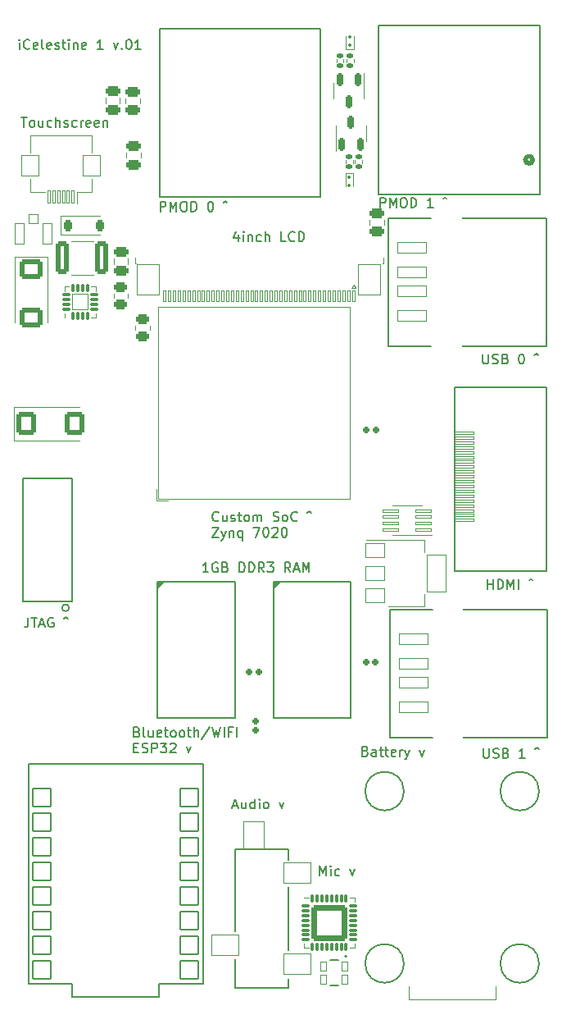
<source format=gbr>
G04 #@! TF.GenerationSoftware,KiCad,Pcbnew,7.0.1*
G04 #@! TF.CreationDate,2024-07-28T16:45:09-07:00*
G04 #@! TF.ProjectId,DFTBoard,44465442-6f61-4726-942e-6b696361645f,rev?*
G04 #@! TF.SameCoordinates,Original*
G04 #@! TF.FileFunction,Legend,Top*
G04 #@! TF.FilePolarity,Positive*
%FSLAX46Y46*%
G04 Gerber Fmt 4.6, Leading zero omitted, Abs format (unit mm)*
G04 Created by KiCad (PCBNEW 7.0.1) date 2024-07-28 16:45:09*
%MOMM*%
%LPD*%
G01*
G04 APERTURE LIST*
G04 Aperture macros list*
%AMRoundRect*
0 Rectangle with rounded corners*
0 $1 Rounding radius*
0 $2 $3 $4 $5 $6 $7 $8 $9 X,Y pos of 4 corners*
0 Add a 4 corners polygon primitive as box body*
4,1,4,$2,$3,$4,$5,$6,$7,$8,$9,$2,$3,0*
0 Add four circle primitives for the rounded corners*
1,1,$1+$1,$2,$3*
1,1,$1+$1,$4,$5*
1,1,$1+$1,$6,$7*
1,1,$1+$1,$8,$9*
0 Add four rect primitives between the rounded corners*
20,1,$1+$1,$2,$3,$4,$5,0*
20,1,$1+$1,$4,$5,$6,$7,0*
20,1,$1+$1,$6,$7,$8,$9,0*
20,1,$1+$1,$8,$9,$2,$3,0*%
G04 Aperture macros list end*
%ADD10C,0.130000*%
%ADD11C,0.203200*%
%ADD12C,0.150000*%
%ADD13C,0.120000*%
%ADD14C,0.127000*%
%ADD15C,0.200000*%
%ADD16C,0.101600*%
%ADD17C,0.508000*%
%ADD18C,0.010000*%
%ADD19C,3.078000*%
%ADD20RoundRect,0.015000X1.440180X-0.560070X1.440180X0.560070X-1.440180X0.560070X-1.440180X-0.560070X0*%
%ADD21RoundRect,0.162500X0.147500X0.172500X-0.147500X0.172500X-0.147500X-0.172500X0.147500X-0.172500X0*%
%ADD22RoundRect,0.162500X-0.147500X-0.172500X0.147500X-0.172500X0.147500X0.172500X-0.147500X0.172500X0*%
%ADD23C,0.360000*%
%ADD24RoundRect,0.077500X-0.312500X-0.062500X0.312500X-0.062500X0.312500X0.062500X-0.312500X0.062500X0*%
%ADD25RoundRect,0.077500X-0.062500X-0.312500X0.062500X-0.312500X0.062500X0.312500X-0.062500X0.312500X0*%
%ADD26RoundRect,0.264999X-1.575001X-1.575001X1.575001X-1.575001X1.575001X1.575001X-1.575001X1.575001X0*%
%ADD27C,2.030000*%
%ADD28RoundRect,0.015000X0.950000X-0.150000X0.950000X0.150000X-0.950000X0.150000X-0.950000X-0.150000X0*%
%ADD29C,1.630000*%
%ADD30RoundRect,0.015000X1.400000X-1.100000X1.400000X1.100000X-1.400000X1.100000X-1.400000X-1.100000X0*%
%ADD31RoundRect,0.015000X1.100000X-1.400000X1.100000X1.400000X-1.100000X1.400000X-1.100000X-1.400000X0*%
%ADD32C,0.430000*%
%ADD33RoundRect,0.015000X0.800000X-0.150000X0.800000X0.150000X-0.800000X0.150000X-0.800000X-0.150000X0*%
%ADD34RoundRect,0.162500X-0.172500X0.147500X-0.172500X-0.147500X0.172500X-0.147500X0.172500X0.147500X0*%
%ADD35RoundRect,0.015000X-0.330000X0.450000X-0.330000X-0.450000X0.330000X-0.450000X0.330000X0.450000X0*%
%ADD36RoundRect,0.077500X0.062500X-0.117500X0.062500X0.117500X-0.062500X0.117500X-0.062500X-0.117500X0*%
%ADD37RoundRect,0.265000X0.475000X-0.250000X0.475000X0.250000X-0.475000X0.250000X-0.475000X-0.250000X0*%
%ADD38RoundRect,0.150000X-0.185000X0.135000X-0.185000X-0.135000X0.185000X-0.135000X0.185000X0.135000X0*%
%ADD39RoundRect,0.265000X0.450000X-0.262500X0.450000X0.262500X-0.450000X0.262500X-0.450000X-0.262500X0*%
%ADD40RoundRect,0.165000X-0.150000X0.512500X-0.150000X-0.512500X0.150000X-0.512500X0.150000X0.512500X0*%
%ADD41RoundRect,0.265000X-0.925000X0.787500X-0.925000X-0.787500X0.925000X-0.787500X0.925000X0.787500X0*%
%ADD42RoundRect,0.077500X0.062500X-0.350000X0.062500X0.350000X-0.062500X0.350000X-0.062500X-0.350000X0*%
%ADD43RoundRect,0.077500X0.350000X-0.062500X0.350000X0.062500X-0.350000X0.062500X-0.350000X-0.062500X0*%
%ADD44RoundRect,0.015000X0.840000X-0.840000X0.840000X0.840000X-0.840000X0.840000X-0.840000X-0.840000X0*%
%ADD45RoundRect,0.265000X-0.787500X-0.925000X0.787500X-0.925000X0.787500X0.925000X-0.787500X0.925000X0*%
%ADD46RoundRect,0.265000X-0.475000X0.250000X-0.475000X-0.250000X0.475000X-0.250000X0.475000X0.250000X0*%
%ADD47C,1.879600*%
%ADD48C,3.301600*%
%ADD49RoundRect,0.150000X0.185000X-0.135000X0.185000X0.135000X-0.185000X0.135000X-0.185000X-0.135000X0*%
%ADD50RoundRect,0.015000X0.150000X0.650000X-0.150000X0.650000X-0.150000X-0.650000X0.150000X-0.650000X0*%
%ADD51RoundRect,0.015000X0.900000X1.100000X-0.900000X1.100000X-0.900000X-1.100000X0.900000X-1.100000X0*%
%ADD52RoundRect,0.015000X0.150000X0.550000X-0.150000X0.550000X-0.150000X-0.550000X0.150000X-0.550000X0*%
%ADD53RoundRect,0.015000X1.150000X1.550000X-1.150000X1.550000X-1.150000X-1.550000X1.150000X-1.550000X0*%
%ADD54RoundRect,0.077500X-0.062500X0.117500X-0.062500X-0.117500X0.062500X-0.117500X0.062500X0.117500X0*%
%ADD55RoundRect,0.015000X-0.500000X1.100000X-0.500000X-1.100000X0.500000X-1.100000X0.500000X1.100000X0*%
%ADD56RoundRect,0.015000X-0.500000X0.500000X-0.500000X-0.500000X0.500000X-0.500000X0.500000X0.500000X0*%
%ADD57RoundRect,0.165000X0.150000X-0.512500X0.150000X0.512500X-0.150000X0.512500X-0.150000X-0.512500X0*%
%ADD58RoundRect,0.015000X-1.000000X-0.750000X1.000000X-0.750000X1.000000X0.750000X-1.000000X0.750000X0*%
%ADD59RoundRect,0.015000X-1.000000X-1.900000X1.000000X-1.900000X1.000000X1.900000X-1.000000X1.900000X0*%
%ADD60RoundRect,0.102000X0.952500X0.952500X-0.952500X0.952500X-0.952500X-0.952500X0.952500X-0.952500X0*%
%ADD61RoundRect,0.264999X0.450001X1.450001X-0.450001X1.450001X-0.450001X-1.450001X0.450001X-1.450001X0*%
%ADD62RoundRect,0.240000X-0.225000X-0.375000X0.225000X-0.375000X0.225000X0.375000X-0.225000X0.375000X0*%
%ADD63C,1.808000*%
G04 APERTURE END LIST*
D10*
X101328095Y-65107619D02*
X101328095Y-64440952D01*
X101328095Y-64107619D02*
X101280476Y-64155238D01*
X101280476Y-64155238D02*
X101328095Y-64202857D01*
X101328095Y-64202857D02*
X101375714Y-64155238D01*
X101375714Y-64155238D02*
X101328095Y-64107619D01*
X101328095Y-64107619D02*
X101328095Y-64202857D01*
X102375713Y-65012380D02*
X102328094Y-65060000D01*
X102328094Y-65060000D02*
X102185237Y-65107619D01*
X102185237Y-65107619D02*
X102089999Y-65107619D01*
X102089999Y-65107619D02*
X101947142Y-65060000D01*
X101947142Y-65060000D02*
X101851904Y-64964761D01*
X101851904Y-64964761D02*
X101804285Y-64869523D01*
X101804285Y-64869523D02*
X101756666Y-64679047D01*
X101756666Y-64679047D02*
X101756666Y-64536190D01*
X101756666Y-64536190D02*
X101804285Y-64345714D01*
X101804285Y-64345714D02*
X101851904Y-64250476D01*
X101851904Y-64250476D02*
X101947142Y-64155238D01*
X101947142Y-64155238D02*
X102089999Y-64107619D01*
X102089999Y-64107619D02*
X102185237Y-64107619D01*
X102185237Y-64107619D02*
X102328094Y-64155238D01*
X102328094Y-64155238D02*
X102375713Y-64202857D01*
X103185237Y-65060000D02*
X103089999Y-65107619D01*
X103089999Y-65107619D02*
X102899523Y-65107619D01*
X102899523Y-65107619D02*
X102804285Y-65060000D01*
X102804285Y-65060000D02*
X102756666Y-64964761D01*
X102756666Y-64964761D02*
X102756666Y-64583809D01*
X102756666Y-64583809D02*
X102804285Y-64488571D01*
X102804285Y-64488571D02*
X102899523Y-64440952D01*
X102899523Y-64440952D02*
X103089999Y-64440952D01*
X103089999Y-64440952D02*
X103185237Y-64488571D01*
X103185237Y-64488571D02*
X103232856Y-64583809D01*
X103232856Y-64583809D02*
X103232856Y-64679047D01*
X103232856Y-64679047D02*
X102756666Y-64774285D01*
X103804285Y-65107619D02*
X103709047Y-65060000D01*
X103709047Y-65060000D02*
X103661428Y-64964761D01*
X103661428Y-64964761D02*
X103661428Y-64107619D01*
X104566190Y-65060000D02*
X104470952Y-65107619D01*
X104470952Y-65107619D02*
X104280476Y-65107619D01*
X104280476Y-65107619D02*
X104185238Y-65060000D01*
X104185238Y-65060000D02*
X104137619Y-64964761D01*
X104137619Y-64964761D02*
X104137619Y-64583809D01*
X104137619Y-64583809D02*
X104185238Y-64488571D01*
X104185238Y-64488571D02*
X104280476Y-64440952D01*
X104280476Y-64440952D02*
X104470952Y-64440952D01*
X104470952Y-64440952D02*
X104566190Y-64488571D01*
X104566190Y-64488571D02*
X104613809Y-64583809D01*
X104613809Y-64583809D02*
X104613809Y-64679047D01*
X104613809Y-64679047D02*
X104137619Y-64774285D01*
X104994762Y-65060000D02*
X105090000Y-65107619D01*
X105090000Y-65107619D02*
X105280476Y-65107619D01*
X105280476Y-65107619D02*
X105375714Y-65060000D01*
X105375714Y-65060000D02*
X105423333Y-64964761D01*
X105423333Y-64964761D02*
X105423333Y-64917142D01*
X105423333Y-64917142D02*
X105375714Y-64821904D01*
X105375714Y-64821904D02*
X105280476Y-64774285D01*
X105280476Y-64774285D02*
X105137619Y-64774285D01*
X105137619Y-64774285D02*
X105042381Y-64726666D01*
X105042381Y-64726666D02*
X104994762Y-64631428D01*
X104994762Y-64631428D02*
X104994762Y-64583809D01*
X104994762Y-64583809D02*
X105042381Y-64488571D01*
X105042381Y-64488571D02*
X105137619Y-64440952D01*
X105137619Y-64440952D02*
X105280476Y-64440952D01*
X105280476Y-64440952D02*
X105375714Y-64488571D01*
X105709048Y-64440952D02*
X106090000Y-64440952D01*
X105851905Y-64107619D02*
X105851905Y-64964761D01*
X105851905Y-64964761D02*
X105899524Y-65060000D01*
X105899524Y-65060000D02*
X105994762Y-65107619D01*
X105994762Y-65107619D02*
X106090000Y-65107619D01*
X106423334Y-65107619D02*
X106423334Y-64440952D01*
X106423334Y-64107619D02*
X106375715Y-64155238D01*
X106375715Y-64155238D02*
X106423334Y-64202857D01*
X106423334Y-64202857D02*
X106470953Y-64155238D01*
X106470953Y-64155238D02*
X106423334Y-64107619D01*
X106423334Y-64107619D02*
X106423334Y-64202857D01*
X106899524Y-64440952D02*
X106899524Y-65107619D01*
X106899524Y-64536190D02*
X106947143Y-64488571D01*
X106947143Y-64488571D02*
X107042381Y-64440952D01*
X107042381Y-64440952D02*
X107185238Y-64440952D01*
X107185238Y-64440952D02*
X107280476Y-64488571D01*
X107280476Y-64488571D02*
X107328095Y-64583809D01*
X107328095Y-64583809D02*
X107328095Y-65107619D01*
X108185238Y-65060000D02*
X108090000Y-65107619D01*
X108090000Y-65107619D02*
X107899524Y-65107619D01*
X107899524Y-65107619D02*
X107804286Y-65060000D01*
X107804286Y-65060000D02*
X107756667Y-64964761D01*
X107756667Y-64964761D02*
X107756667Y-64583809D01*
X107756667Y-64583809D02*
X107804286Y-64488571D01*
X107804286Y-64488571D02*
X107899524Y-64440952D01*
X107899524Y-64440952D02*
X108090000Y-64440952D01*
X108090000Y-64440952D02*
X108185238Y-64488571D01*
X108185238Y-64488571D02*
X108232857Y-64583809D01*
X108232857Y-64583809D02*
X108232857Y-64679047D01*
X108232857Y-64679047D02*
X107756667Y-64774285D01*
X109947143Y-65107619D02*
X109375715Y-65107619D01*
X109661429Y-65107619D02*
X109661429Y-64107619D01*
X109661429Y-64107619D02*
X109566191Y-64250476D01*
X109566191Y-64250476D02*
X109470953Y-64345714D01*
X109470953Y-64345714D02*
X109375715Y-64393333D01*
X111042382Y-64440952D02*
X111280477Y-65107619D01*
X111280477Y-65107619D02*
X111518572Y-64440952D01*
X111899525Y-65012380D02*
X111947144Y-65060000D01*
X111947144Y-65060000D02*
X111899525Y-65107619D01*
X111899525Y-65107619D02*
X111851906Y-65060000D01*
X111851906Y-65060000D02*
X111899525Y-65012380D01*
X111899525Y-65012380D02*
X111899525Y-65107619D01*
X112566191Y-64107619D02*
X112661429Y-64107619D01*
X112661429Y-64107619D02*
X112756667Y-64155238D01*
X112756667Y-64155238D02*
X112804286Y-64202857D01*
X112804286Y-64202857D02*
X112851905Y-64298095D01*
X112851905Y-64298095D02*
X112899524Y-64488571D01*
X112899524Y-64488571D02*
X112899524Y-64726666D01*
X112899524Y-64726666D02*
X112851905Y-64917142D01*
X112851905Y-64917142D02*
X112804286Y-65012380D01*
X112804286Y-65012380D02*
X112756667Y-65060000D01*
X112756667Y-65060000D02*
X112661429Y-65107619D01*
X112661429Y-65107619D02*
X112566191Y-65107619D01*
X112566191Y-65107619D02*
X112470953Y-65060000D01*
X112470953Y-65060000D02*
X112423334Y-65012380D01*
X112423334Y-65012380D02*
X112375715Y-64917142D01*
X112375715Y-64917142D02*
X112328096Y-64726666D01*
X112328096Y-64726666D02*
X112328096Y-64488571D01*
X112328096Y-64488571D02*
X112375715Y-64298095D01*
X112375715Y-64298095D02*
X112423334Y-64202857D01*
X112423334Y-64202857D02*
X112470953Y-64155238D01*
X112470953Y-64155238D02*
X112566191Y-64107619D01*
X113851905Y-65107619D02*
X113280477Y-65107619D01*
X113566191Y-65107619D02*
X113566191Y-64107619D01*
X113566191Y-64107619D02*
X113470953Y-64250476D01*
X113470953Y-64250476D02*
X113375715Y-64345714D01*
X113375715Y-64345714D02*
X113280477Y-64393333D01*
X102203809Y-123757619D02*
X102203809Y-124471904D01*
X102203809Y-124471904D02*
X102156190Y-124614761D01*
X102156190Y-124614761D02*
X102060952Y-124710000D01*
X102060952Y-124710000D02*
X101918095Y-124757619D01*
X101918095Y-124757619D02*
X101822857Y-124757619D01*
X102537143Y-123757619D02*
X103108571Y-123757619D01*
X102822857Y-124757619D02*
X102822857Y-123757619D01*
X103394286Y-124471904D02*
X103870476Y-124471904D01*
X103299048Y-124757619D02*
X103632381Y-123757619D01*
X103632381Y-123757619D02*
X103965714Y-124757619D01*
X104822857Y-123805238D02*
X104727619Y-123757619D01*
X104727619Y-123757619D02*
X104584762Y-123757619D01*
X104584762Y-123757619D02*
X104441905Y-123805238D01*
X104441905Y-123805238D02*
X104346667Y-123900476D01*
X104346667Y-123900476D02*
X104299048Y-123995714D01*
X104299048Y-123995714D02*
X104251429Y-124186190D01*
X104251429Y-124186190D02*
X104251429Y-124329047D01*
X104251429Y-124329047D02*
X104299048Y-124519523D01*
X104299048Y-124519523D02*
X104346667Y-124614761D01*
X104346667Y-124614761D02*
X104441905Y-124710000D01*
X104441905Y-124710000D02*
X104584762Y-124757619D01*
X104584762Y-124757619D02*
X104680000Y-124757619D01*
X104680000Y-124757619D02*
X104822857Y-124710000D01*
X104822857Y-124710000D02*
X104870476Y-124662380D01*
X104870476Y-124662380D02*
X104870476Y-124329047D01*
X104870476Y-124329047D02*
X104680000Y-124329047D01*
X105918096Y-123852857D02*
X106108572Y-123710000D01*
X106108572Y-123710000D02*
X106299048Y-123852857D01*
X120841904Y-119067619D02*
X120270476Y-119067619D01*
X120556190Y-119067619D02*
X120556190Y-118067619D01*
X120556190Y-118067619D02*
X120460952Y-118210476D01*
X120460952Y-118210476D02*
X120365714Y-118305714D01*
X120365714Y-118305714D02*
X120270476Y-118353333D01*
X121794285Y-118115238D02*
X121699047Y-118067619D01*
X121699047Y-118067619D02*
X121556190Y-118067619D01*
X121556190Y-118067619D02*
X121413333Y-118115238D01*
X121413333Y-118115238D02*
X121318095Y-118210476D01*
X121318095Y-118210476D02*
X121270476Y-118305714D01*
X121270476Y-118305714D02*
X121222857Y-118496190D01*
X121222857Y-118496190D02*
X121222857Y-118639047D01*
X121222857Y-118639047D02*
X121270476Y-118829523D01*
X121270476Y-118829523D02*
X121318095Y-118924761D01*
X121318095Y-118924761D02*
X121413333Y-119020000D01*
X121413333Y-119020000D02*
X121556190Y-119067619D01*
X121556190Y-119067619D02*
X121651428Y-119067619D01*
X121651428Y-119067619D02*
X121794285Y-119020000D01*
X121794285Y-119020000D02*
X121841904Y-118972380D01*
X121841904Y-118972380D02*
X121841904Y-118639047D01*
X121841904Y-118639047D02*
X121651428Y-118639047D01*
X122603809Y-118543809D02*
X122746666Y-118591428D01*
X122746666Y-118591428D02*
X122794285Y-118639047D01*
X122794285Y-118639047D02*
X122841904Y-118734285D01*
X122841904Y-118734285D02*
X122841904Y-118877142D01*
X122841904Y-118877142D02*
X122794285Y-118972380D01*
X122794285Y-118972380D02*
X122746666Y-119020000D01*
X122746666Y-119020000D02*
X122651428Y-119067619D01*
X122651428Y-119067619D02*
X122270476Y-119067619D01*
X122270476Y-119067619D02*
X122270476Y-118067619D01*
X122270476Y-118067619D02*
X122603809Y-118067619D01*
X122603809Y-118067619D02*
X122699047Y-118115238D01*
X122699047Y-118115238D02*
X122746666Y-118162857D01*
X122746666Y-118162857D02*
X122794285Y-118258095D01*
X122794285Y-118258095D02*
X122794285Y-118353333D01*
X122794285Y-118353333D02*
X122746666Y-118448571D01*
X122746666Y-118448571D02*
X122699047Y-118496190D01*
X122699047Y-118496190D02*
X122603809Y-118543809D01*
X122603809Y-118543809D02*
X122270476Y-118543809D01*
X124032381Y-119067619D02*
X124032381Y-118067619D01*
X124032381Y-118067619D02*
X124270476Y-118067619D01*
X124270476Y-118067619D02*
X124413333Y-118115238D01*
X124413333Y-118115238D02*
X124508571Y-118210476D01*
X124508571Y-118210476D02*
X124556190Y-118305714D01*
X124556190Y-118305714D02*
X124603809Y-118496190D01*
X124603809Y-118496190D02*
X124603809Y-118639047D01*
X124603809Y-118639047D02*
X124556190Y-118829523D01*
X124556190Y-118829523D02*
X124508571Y-118924761D01*
X124508571Y-118924761D02*
X124413333Y-119020000D01*
X124413333Y-119020000D02*
X124270476Y-119067619D01*
X124270476Y-119067619D02*
X124032381Y-119067619D01*
X125032381Y-119067619D02*
X125032381Y-118067619D01*
X125032381Y-118067619D02*
X125270476Y-118067619D01*
X125270476Y-118067619D02*
X125413333Y-118115238D01*
X125413333Y-118115238D02*
X125508571Y-118210476D01*
X125508571Y-118210476D02*
X125556190Y-118305714D01*
X125556190Y-118305714D02*
X125603809Y-118496190D01*
X125603809Y-118496190D02*
X125603809Y-118639047D01*
X125603809Y-118639047D02*
X125556190Y-118829523D01*
X125556190Y-118829523D02*
X125508571Y-118924761D01*
X125508571Y-118924761D02*
X125413333Y-119020000D01*
X125413333Y-119020000D02*
X125270476Y-119067619D01*
X125270476Y-119067619D02*
X125032381Y-119067619D01*
X126603809Y-119067619D02*
X126270476Y-118591428D01*
X126032381Y-119067619D02*
X126032381Y-118067619D01*
X126032381Y-118067619D02*
X126413333Y-118067619D01*
X126413333Y-118067619D02*
X126508571Y-118115238D01*
X126508571Y-118115238D02*
X126556190Y-118162857D01*
X126556190Y-118162857D02*
X126603809Y-118258095D01*
X126603809Y-118258095D02*
X126603809Y-118400952D01*
X126603809Y-118400952D02*
X126556190Y-118496190D01*
X126556190Y-118496190D02*
X126508571Y-118543809D01*
X126508571Y-118543809D02*
X126413333Y-118591428D01*
X126413333Y-118591428D02*
X126032381Y-118591428D01*
X126937143Y-118067619D02*
X127556190Y-118067619D01*
X127556190Y-118067619D02*
X127222857Y-118448571D01*
X127222857Y-118448571D02*
X127365714Y-118448571D01*
X127365714Y-118448571D02*
X127460952Y-118496190D01*
X127460952Y-118496190D02*
X127508571Y-118543809D01*
X127508571Y-118543809D02*
X127556190Y-118639047D01*
X127556190Y-118639047D02*
X127556190Y-118877142D01*
X127556190Y-118877142D02*
X127508571Y-118972380D01*
X127508571Y-118972380D02*
X127460952Y-119020000D01*
X127460952Y-119020000D02*
X127365714Y-119067619D01*
X127365714Y-119067619D02*
X127080000Y-119067619D01*
X127080000Y-119067619D02*
X126984762Y-119020000D01*
X126984762Y-119020000D02*
X126937143Y-118972380D01*
X129318095Y-119067619D02*
X128984762Y-118591428D01*
X128746667Y-119067619D02*
X128746667Y-118067619D01*
X128746667Y-118067619D02*
X129127619Y-118067619D01*
X129127619Y-118067619D02*
X129222857Y-118115238D01*
X129222857Y-118115238D02*
X129270476Y-118162857D01*
X129270476Y-118162857D02*
X129318095Y-118258095D01*
X129318095Y-118258095D02*
X129318095Y-118400952D01*
X129318095Y-118400952D02*
X129270476Y-118496190D01*
X129270476Y-118496190D02*
X129222857Y-118543809D01*
X129222857Y-118543809D02*
X129127619Y-118591428D01*
X129127619Y-118591428D02*
X128746667Y-118591428D01*
X129699048Y-118781904D02*
X130175238Y-118781904D01*
X129603810Y-119067619D02*
X129937143Y-118067619D01*
X129937143Y-118067619D02*
X130270476Y-119067619D01*
X130603810Y-119067619D02*
X130603810Y-118067619D01*
X130603810Y-118067619D02*
X130937143Y-118781904D01*
X130937143Y-118781904D02*
X131270476Y-118067619D01*
X131270476Y-118067619D02*
X131270476Y-119067619D01*
X113481428Y-135563809D02*
X113624285Y-135611428D01*
X113624285Y-135611428D02*
X113671904Y-135659047D01*
X113671904Y-135659047D02*
X113719523Y-135754285D01*
X113719523Y-135754285D02*
X113719523Y-135897142D01*
X113719523Y-135897142D02*
X113671904Y-135992380D01*
X113671904Y-135992380D02*
X113624285Y-136040000D01*
X113624285Y-136040000D02*
X113529047Y-136087619D01*
X113529047Y-136087619D02*
X113148095Y-136087619D01*
X113148095Y-136087619D02*
X113148095Y-135087619D01*
X113148095Y-135087619D02*
X113481428Y-135087619D01*
X113481428Y-135087619D02*
X113576666Y-135135238D01*
X113576666Y-135135238D02*
X113624285Y-135182857D01*
X113624285Y-135182857D02*
X113671904Y-135278095D01*
X113671904Y-135278095D02*
X113671904Y-135373333D01*
X113671904Y-135373333D02*
X113624285Y-135468571D01*
X113624285Y-135468571D02*
X113576666Y-135516190D01*
X113576666Y-135516190D02*
X113481428Y-135563809D01*
X113481428Y-135563809D02*
X113148095Y-135563809D01*
X114290952Y-136087619D02*
X114195714Y-136040000D01*
X114195714Y-136040000D02*
X114148095Y-135944761D01*
X114148095Y-135944761D02*
X114148095Y-135087619D01*
X115100476Y-135420952D02*
X115100476Y-136087619D01*
X114671905Y-135420952D02*
X114671905Y-135944761D01*
X114671905Y-135944761D02*
X114719524Y-136040000D01*
X114719524Y-136040000D02*
X114814762Y-136087619D01*
X114814762Y-136087619D02*
X114957619Y-136087619D01*
X114957619Y-136087619D02*
X115052857Y-136040000D01*
X115052857Y-136040000D02*
X115100476Y-135992380D01*
X115957619Y-136040000D02*
X115862381Y-136087619D01*
X115862381Y-136087619D02*
X115671905Y-136087619D01*
X115671905Y-136087619D02*
X115576667Y-136040000D01*
X115576667Y-136040000D02*
X115529048Y-135944761D01*
X115529048Y-135944761D02*
X115529048Y-135563809D01*
X115529048Y-135563809D02*
X115576667Y-135468571D01*
X115576667Y-135468571D02*
X115671905Y-135420952D01*
X115671905Y-135420952D02*
X115862381Y-135420952D01*
X115862381Y-135420952D02*
X115957619Y-135468571D01*
X115957619Y-135468571D02*
X116005238Y-135563809D01*
X116005238Y-135563809D02*
X116005238Y-135659047D01*
X116005238Y-135659047D02*
X115529048Y-135754285D01*
X116290953Y-135420952D02*
X116671905Y-135420952D01*
X116433810Y-135087619D02*
X116433810Y-135944761D01*
X116433810Y-135944761D02*
X116481429Y-136040000D01*
X116481429Y-136040000D02*
X116576667Y-136087619D01*
X116576667Y-136087619D02*
X116671905Y-136087619D01*
X117148096Y-136087619D02*
X117052858Y-136040000D01*
X117052858Y-136040000D02*
X117005239Y-135992380D01*
X117005239Y-135992380D02*
X116957620Y-135897142D01*
X116957620Y-135897142D02*
X116957620Y-135611428D01*
X116957620Y-135611428D02*
X117005239Y-135516190D01*
X117005239Y-135516190D02*
X117052858Y-135468571D01*
X117052858Y-135468571D02*
X117148096Y-135420952D01*
X117148096Y-135420952D02*
X117290953Y-135420952D01*
X117290953Y-135420952D02*
X117386191Y-135468571D01*
X117386191Y-135468571D02*
X117433810Y-135516190D01*
X117433810Y-135516190D02*
X117481429Y-135611428D01*
X117481429Y-135611428D02*
X117481429Y-135897142D01*
X117481429Y-135897142D02*
X117433810Y-135992380D01*
X117433810Y-135992380D02*
X117386191Y-136040000D01*
X117386191Y-136040000D02*
X117290953Y-136087619D01*
X117290953Y-136087619D02*
X117148096Y-136087619D01*
X118052858Y-136087619D02*
X117957620Y-136040000D01*
X117957620Y-136040000D02*
X117910001Y-135992380D01*
X117910001Y-135992380D02*
X117862382Y-135897142D01*
X117862382Y-135897142D02*
X117862382Y-135611428D01*
X117862382Y-135611428D02*
X117910001Y-135516190D01*
X117910001Y-135516190D02*
X117957620Y-135468571D01*
X117957620Y-135468571D02*
X118052858Y-135420952D01*
X118052858Y-135420952D02*
X118195715Y-135420952D01*
X118195715Y-135420952D02*
X118290953Y-135468571D01*
X118290953Y-135468571D02*
X118338572Y-135516190D01*
X118338572Y-135516190D02*
X118386191Y-135611428D01*
X118386191Y-135611428D02*
X118386191Y-135897142D01*
X118386191Y-135897142D02*
X118338572Y-135992380D01*
X118338572Y-135992380D02*
X118290953Y-136040000D01*
X118290953Y-136040000D02*
X118195715Y-136087619D01*
X118195715Y-136087619D02*
X118052858Y-136087619D01*
X118671906Y-135420952D02*
X119052858Y-135420952D01*
X118814763Y-135087619D02*
X118814763Y-135944761D01*
X118814763Y-135944761D02*
X118862382Y-136040000D01*
X118862382Y-136040000D02*
X118957620Y-136087619D01*
X118957620Y-136087619D02*
X119052858Y-136087619D01*
X119386192Y-136087619D02*
X119386192Y-135087619D01*
X119814763Y-136087619D02*
X119814763Y-135563809D01*
X119814763Y-135563809D02*
X119767144Y-135468571D01*
X119767144Y-135468571D02*
X119671906Y-135420952D01*
X119671906Y-135420952D02*
X119529049Y-135420952D01*
X119529049Y-135420952D02*
X119433811Y-135468571D01*
X119433811Y-135468571D02*
X119386192Y-135516190D01*
X121005239Y-135040000D02*
X120148097Y-136325714D01*
X121243335Y-135087619D02*
X121481430Y-136087619D01*
X121481430Y-136087619D02*
X121671906Y-135373333D01*
X121671906Y-135373333D02*
X121862382Y-136087619D01*
X121862382Y-136087619D02*
X122100478Y-135087619D01*
X122481430Y-136087619D02*
X122481430Y-135087619D01*
X123290953Y-135563809D02*
X122957620Y-135563809D01*
X122957620Y-136087619D02*
X122957620Y-135087619D01*
X122957620Y-135087619D02*
X123433810Y-135087619D01*
X123814763Y-136087619D02*
X123814763Y-135087619D01*
X113148095Y-137183809D02*
X113481428Y-137183809D01*
X113624285Y-137707619D02*
X113148095Y-137707619D01*
X113148095Y-137707619D02*
X113148095Y-136707619D01*
X113148095Y-136707619D02*
X113624285Y-136707619D01*
X114005238Y-137660000D02*
X114148095Y-137707619D01*
X114148095Y-137707619D02*
X114386190Y-137707619D01*
X114386190Y-137707619D02*
X114481428Y-137660000D01*
X114481428Y-137660000D02*
X114529047Y-137612380D01*
X114529047Y-137612380D02*
X114576666Y-137517142D01*
X114576666Y-137517142D02*
X114576666Y-137421904D01*
X114576666Y-137421904D02*
X114529047Y-137326666D01*
X114529047Y-137326666D02*
X114481428Y-137279047D01*
X114481428Y-137279047D02*
X114386190Y-137231428D01*
X114386190Y-137231428D02*
X114195714Y-137183809D01*
X114195714Y-137183809D02*
X114100476Y-137136190D01*
X114100476Y-137136190D02*
X114052857Y-137088571D01*
X114052857Y-137088571D02*
X114005238Y-136993333D01*
X114005238Y-136993333D02*
X114005238Y-136898095D01*
X114005238Y-136898095D02*
X114052857Y-136802857D01*
X114052857Y-136802857D02*
X114100476Y-136755238D01*
X114100476Y-136755238D02*
X114195714Y-136707619D01*
X114195714Y-136707619D02*
X114433809Y-136707619D01*
X114433809Y-136707619D02*
X114576666Y-136755238D01*
X115005238Y-137707619D02*
X115005238Y-136707619D01*
X115005238Y-136707619D02*
X115386190Y-136707619D01*
X115386190Y-136707619D02*
X115481428Y-136755238D01*
X115481428Y-136755238D02*
X115529047Y-136802857D01*
X115529047Y-136802857D02*
X115576666Y-136898095D01*
X115576666Y-136898095D02*
X115576666Y-137040952D01*
X115576666Y-137040952D02*
X115529047Y-137136190D01*
X115529047Y-137136190D02*
X115481428Y-137183809D01*
X115481428Y-137183809D02*
X115386190Y-137231428D01*
X115386190Y-137231428D02*
X115005238Y-137231428D01*
X115910000Y-136707619D02*
X116529047Y-136707619D01*
X116529047Y-136707619D02*
X116195714Y-137088571D01*
X116195714Y-137088571D02*
X116338571Y-137088571D01*
X116338571Y-137088571D02*
X116433809Y-137136190D01*
X116433809Y-137136190D02*
X116481428Y-137183809D01*
X116481428Y-137183809D02*
X116529047Y-137279047D01*
X116529047Y-137279047D02*
X116529047Y-137517142D01*
X116529047Y-137517142D02*
X116481428Y-137612380D01*
X116481428Y-137612380D02*
X116433809Y-137660000D01*
X116433809Y-137660000D02*
X116338571Y-137707619D01*
X116338571Y-137707619D02*
X116052857Y-137707619D01*
X116052857Y-137707619D02*
X115957619Y-137660000D01*
X115957619Y-137660000D02*
X115910000Y-137612380D01*
X116910000Y-136802857D02*
X116957619Y-136755238D01*
X116957619Y-136755238D02*
X117052857Y-136707619D01*
X117052857Y-136707619D02*
X117290952Y-136707619D01*
X117290952Y-136707619D02*
X117386190Y-136755238D01*
X117386190Y-136755238D02*
X117433809Y-136802857D01*
X117433809Y-136802857D02*
X117481428Y-136898095D01*
X117481428Y-136898095D02*
X117481428Y-136993333D01*
X117481428Y-136993333D02*
X117433809Y-137136190D01*
X117433809Y-137136190D02*
X116862381Y-137707619D01*
X116862381Y-137707619D02*
X117481428Y-137707619D01*
X118576667Y-137040952D02*
X118814762Y-137707619D01*
X118814762Y-137707619D02*
X119052857Y-137040952D01*
X132338095Y-150377619D02*
X132338095Y-149377619D01*
X132338095Y-149377619D02*
X132671428Y-150091904D01*
X132671428Y-150091904D02*
X133004761Y-149377619D01*
X133004761Y-149377619D02*
X133004761Y-150377619D01*
X133480952Y-150377619D02*
X133480952Y-149710952D01*
X133480952Y-149377619D02*
X133433333Y-149425238D01*
X133433333Y-149425238D02*
X133480952Y-149472857D01*
X133480952Y-149472857D02*
X133528571Y-149425238D01*
X133528571Y-149425238D02*
X133480952Y-149377619D01*
X133480952Y-149377619D02*
X133480952Y-149472857D01*
X134385713Y-150330000D02*
X134290475Y-150377619D01*
X134290475Y-150377619D02*
X134099999Y-150377619D01*
X134099999Y-150377619D02*
X134004761Y-150330000D01*
X134004761Y-150330000D02*
X133957142Y-150282380D01*
X133957142Y-150282380D02*
X133909523Y-150187142D01*
X133909523Y-150187142D02*
X133909523Y-149901428D01*
X133909523Y-149901428D02*
X133957142Y-149806190D01*
X133957142Y-149806190D02*
X134004761Y-149758571D01*
X134004761Y-149758571D02*
X134099999Y-149710952D01*
X134099999Y-149710952D02*
X134290475Y-149710952D01*
X134290475Y-149710952D02*
X134385713Y-149758571D01*
X135480952Y-149710952D02*
X135719047Y-150377619D01*
X135719047Y-150377619D02*
X135957142Y-149710952D01*
X123400476Y-143181904D02*
X123876666Y-143181904D01*
X123305238Y-143467619D02*
X123638571Y-142467619D01*
X123638571Y-142467619D02*
X123971904Y-143467619D01*
X124733809Y-142800952D02*
X124733809Y-143467619D01*
X124305238Y-142800952D02*
X124305238Y-143324761D01*
X124305238Y-143324761D02*
X124352857Y-143420000D01*
X124352857Y-143420000D02*
X124448095Y-143467619D01*
X124448095Y-143467619D02*
X124590952Y-143467619D01*
X124590952Y-143467619D02*
X124686190Y-143420000D01*
X124686190Y-143420000D02*
X124733809Y-143372380D01*
X125638571Y-143467619D02*
X125638571Y-142467619D01*
X125638571Y-143420000D02*
X125543333Y-143467619D01*
X125543333Y-143467619D02*
X125352857Y-143467619D01*
X125352857Y-143467619D02*
X125257619Y-143420000D01*
X125257619Y-143420000D02*
X125210000Y-143372380D01*
X125210000Y-143372380D02*
X125162381Y-143277142D01*
X125162381Y-143277142D02*
X125162381Y-142991428D01*
X125162381Y-142991428D02*
X125210000Y-142896190D01*
X125210000Y-142896190D02*
X125257619Y-142848571D01*
X125257619Y-142848571D02*
X125352857Y-142800952D01*
X125352857Y-142800952D02*
X125543333Y-142800952D01*
X125543333Y-142800952D02*
X125638571Y-142848571D01*
X126114762Y-143467619D02*
X126114762Y-142800952D01*
X126114762Y-142467619D02*
X126067143Y-142515238D01*
X126067143Y-142515238D02*
X126114762Y-142562857D01*
X126114762Y-142562857D02*
X126162381Y-142515238D01*
X126162381Y-142515238D02*
X126114762Y-142467619D01*
X126114762Y-142467619D02*
X126114762Y-142562857D01*
X126733809Y-143467619D02*
X126638571Y-143420000D01*
X126638571Y-143420000D02*
X126590952Y-143372380D01*
X126590952Y-143372380D02*
X126543333Y-143277142D01*
X126543333Y-143277142D02*
X126543333Y-142991428D01*
X126543333Y-142991428D02*
X126590952Y-142896190D01*
X126590952Y-142896190D02*
X126638571Y-142848571D01*
X126638571Y-142848571D02*
X126733809Y-142800952D01*
X126733809Y-142800952D02*
X126876666Y-142800952D01*
X126876666Y-142800952D02*
X126971904Y-142848571D01*
X126971904Y-142848571D02*
X127019523Y-142896190D01*
X127019523Y-142896190D02*
X127067142Y-142991428D01*
X127067142Y-142991428D02*
X127067142Y-143277142D01*
X127067142Y-143277142D02*
X127019523Y-143372380D01*
X127019523Y-143372380D02*
X126971904Y-143420000D01*
X126971904Y-143420000D02*
X126876666Y-143467619D01*
X126876666Y-143467619D02*
X126733809Y-143467619D01*
X128162381Y-142800952D02*
X128400476Y-143467619D01*
X128400476Y-143467619D02*
X128638571Y-142800952D01*
X137081428Y-137533809D02*
X137224285Y-137581428D01*
X137224285Y-137581428D02*
X137271904Y-137629047D01*
X137271904Y-137629047D02*
X137319523Y-137724285D01*
X137319523Y-137724285D02*
X137319523Y-137867142D01*
X137319523Y-137867142D02*
X137271904Y-137962380D01*
X137271904Y-137962380D02*
X137224285Y-138010000D01*
X137224285Y-138010000D02*
X137129047Y-138057619D01*
X137129047Y-138057619D02*
X136748095Y-138057619D01*
X136748095Y-138057619D02*
X136748095Y-137057619D01*
X136748095Y-137057619D02*
X137081428Y-137057619D01*
X137081428Y-137057619D02*
X137176666Y-137105238D01*
X137176666Y-137105238D02*
X137224285Y-137152857D01*
X137224285Y-137152857D02*
X137271904Y-137248095D01*
X137271904Y-137248095D02*
X137271904Y-137343333D01*
X137271904Y-137343333D02*
X137224285Y-137438571D01*
X137224285Y-137438571D02*
X137176666Y-137486190D01*
X137176666Y-137486190D02*
X137081428Y-137533809D01*
X137081428Y-137533809D02*
X136748095Y-137533809D01*
X138176666Y-138057619D02*
X138176666Y-137533809D01*
X138176666Y-137533809D02*
X138129047Y-137438571D01*
X138129047Y-137438571D02*
X138033809Y-137390952D01*
X138033809Y-137390952D02*
X137843333Y-137390952D01*
X137843333Y-137390952D02*
X137748095Y-137438571D01*
X138176666Y-138010000D02*
X138081428Y-138057619D01*
X138081428Y-138057619D02*
X137843333Y-138057619D01*
X137843333Y-138057619D02*
X137748095Y-138010000D01*
X137748095Y-138010000D02*
X137700476Y-137914761D01*
X137700476Y-137914761D02*
X137700476Y-137819523D01*
X137700476Y-137819523D02*
X137748095Y-137724285D01*
X137748095Y-137724285D02*
X137843333Y-137676666D01*
X137843333Y-137676666D02*
X138081428Y-137676666D01*
X138081428Y-137676666D02*
X138176666Y-137629047D01*
X138510000Y-137390952D02*
X138890952Y-137390952D01*
X138652857Y-137057619D02*
X138652857Y-137914761D01*
X138652857Y-137914761D02*
X138700476Y-138010000D01*
X138700476Y-138010000D02*
X138795714Y-138057619D01*
X138795714Y-138057619D02*
X138890952Y-138057619D01*
X139081429Y-137390952D02*
X139462381Y-137390952D01*
X139224286Y-137057619D02*
X139224286Y-137914761D01*
X139224286Y-137914761D02*
X139271905Y-138010000D01*
X139271905Y-138010000D02*
X139367143Y-138057619D01*
X139367143Y-138057619D02*
X139462381Y-138057619D01*
X140176667Y-138010000D02*
X140081429Y-138057619D01*
X140081429Y-138057619D02*
X139890953Y-138057619D01*
X139890953Y-138057619D02*
X139795715Y-138010000D01*
X139795715Y-138010000D02*
X139748096Y-137914761D01*
X139748096Y-137914761D02*
X139748096Y-137533809D01*
X139748096Y-137533809D02*
X139795715Y-137438571D01*
X139795715Y-137438571D02*
X139890953Y-137390952D01*
X139890953Y-137390952D02*
X140081429Y-137390952D01*
X140081429Y-137390952D02*
X140176667Y-137438571D01*
X140176667Y-137438571D02*
X140224286Y-137533809D01*
X140224286Y-137533809D02*
X140224286Y-137629047D01*
X140224286Y-137629047D02*
X139748096Y-137724285D01*
X140652858Y-138057619D02*
X140652858Y-137390952D01*
X140652858Y-137581428D02*
X140700477Y-137486190D01*
X140700477Y-137486190D02*
X140748096Y-137438571D01*
X140748096Y-137438571D02*
X140843334Y-137390952D01*
X140843334Y-137390952D02*
X140938572Y-137390952D01*
X141176668Y-137390952D02*
X141414763Y-138057619D01*
X141652858Y-137390952D02*
X141414763Y-138057619D01*
X141414763Y-138057619D02*
X141319525Y-138295714D01*
X141319525Y-138295714D02*
X141271906Y-138343333D01*
X141271906Y-138343333D02*
X141176668Y-138390952D01*
X142700478Y-137390952D02*
X142938573Y-138057619D01*
X142938573Y-138057619D02*
X143176668Y-137390952D01*
X149698095Y-120817619D02*
X149698095Y-119817619D01*
X149698095Y-120293809D02*
X150269523Y-120293809D01*
X150269523Y-120817619D02*
X150269523Y-119817619D01*
X150745714Y-120817619D02*
X150745714Y-119817619D01*
X150745714Y-119817619D02*
X150983809Y-119817619D01*
X150983809Y-119817619D02*
X151126666Y-119865238D01*
X151126666Y-119865238D02*
X151221904Y-119960476D01*
X151221904Y-119960476D02*
X151269523Y-120055714D01*
X151269523Y-120055714D02*
X151317142Y-120246190D01*
X151317142Y-120246190D02*
X151317142Y-120389047D01*
X151317142Y-120389047D02*
X151269523Y-120579523D01*
X151269523Y-120579523D02*
X151221904Y-120674761D01*
X151221904Y-120674761D02*
X151126666Y-120770000D01*
X151126666Y-120770000D02*
X150983809Y-120817619D01*
X150983809Y-120817619D02*
X150745714Y-120817619D01*
X151745714Y-120817619D02*
X151745714Y-119817619D01*
X151745714Y-119817619D02*
X152079047Y-120531904D01*
X152079047Y-120531904D02*
X152412380Y-119817619D01*
X152412380Y-119817619D02*
X152412380Y-120817619D01*
X152888571Y-120817619D02*
X152888571Y-119817619D01*
X153983809Y-119912857D02*
X154174285Y-119770000D01*
X154174285Y-119770000D02*
X154364761Y-119912857D01*
X149268095Y-137247619D02*
X149268095Y-138057142D01*
X149268095Y-138057142D02*
X149315714Y-138152380D01*
X149315714Y-138152380D02*
X149363333Y-138200000D01*
X149363333Y-138200000D02*
X149458571Y-138247619D01*
X149458571Y-138247619D02*
X149649047Y-138247619D01*
X149649047Y-138247619D02*
X149744285Y-138200000D01*
X149744285Y-138200000D02*
X149791904Y-138152380D01*
X149791904Y-138152380D02*
X149839523Y-138057142D01*
X149839523Y-138057142D02*
X149839523Y-137247619D01*
X150268095Y-138200000D02*
X150410952Y-138247619D01*
X150410952Y-138247619D02*
X150649047Y-138247619D01*
X150649047Y-138247619D02*
X150744285Y-138200000D01*
X150744285Y-138200000D02*
X150791904Y-138152380D01*
X150791904Y-138152380D02*
X150839523Y-138057142D01*
X150839523Y-138057142D02*
X150839523Y-137961904D01*
X150839523Y-137961904D02*
X150791904Y-137866666D01*
X150791904Y-137866666D02*
X150744285Y-137819047D01*
X150744285Y-137819047D02*
X150649047Y-137771428D01*
X150649047Y-137771428D02*
X150458571Y-137723809D01*
X150458571Y-137723809D02*
X150363333Y-137676190D01*
X150363333Y-137676190D02*
X150315714Y-137628571D01*
X150315714Y-137628571D02*
X150268095Y-137533333D01*
X150268095Y-137533333D02*
X150268095Y-137438095D01*
X150268095Y-137438095D02*
X150315714Y-137342857D01*
X150315714Y-137342857D02*
X150363333Y-137295238D01*
X150363333Y-137295238D02*
X150458571Y-137247619D01*
X150458571Y-137247619D02*
X150696666Y-137247619D01*
X150696666Y-137247619D02*
X150839523Y-137295238D01*
X151601428Y-137723809D02*
X151744285Y-137771428D01*
X151744285Y-137771428D02*
X151791904Y-137819047D01*
X151791904Y-137819047D02*
X151839523Y-137914285D01*
X151839523Y-137914285D02*
X151839523Y-138057142D01*
X151839523Y-138057142D02*
X151791904Y-138152380D01*
X151791904Y-138152380D02*
X151744285Y-138200000D01*
X151744285Y-138200000D02*
X151649047Y-138247619D01*
X151649047Y-138247619D02*
X151268095Y-138247619D01*
X151268095Y-138247619D02*
X151268095Y-137247619D01*
X151268095Y-137247619D02*
X151601428Y-137247619D01*
X151601428Y-137247619D02*
X151696666Y-137295238D01*
X151696666Y-137295238D02*
X151744285Y-137342857D01*
X151744285Y-137342857D02*
X151791904Y-137438095D01*
X151791904Y-137438095D02*
X151791904Y-137533333D01*
X151791904Y-137533333D02*
X151744285Y-137628571D01*
X151744285Y-137628571D02*
X151696666Y-137676190D01*
X151696666Y-137676190D02*
X151601428Y-137723809D01*
X151601428Y-137723809D02*
X151268095Y-137723809D01*
X153553809Y-138247619D02*
X152982381Y-138247619D01*
X153268095Y-138247619D02*
X153268095Y-137247619D01*
X153268095Y-137247619D02*
X153172857Y-137390476D01*
X153172857Y-137390476D02*
X153077619Y-137485714D01*
X153077619Y-137485714D02*
X152982381Y-137533333D01*
X154601429Y-137342857D02*
X154791905Y-137200000D01*
X154791905Y-137200000D02*
X154982381Y-137342857D01*
X149208095Y-96567619D02*
X149208095Y-97377142D01*
X149208095Y-97377142D02*
X149255714Y-97472380D01*
X149255714Y-97472380D02*
X149303333Y-97520000D01*
X149303333Y-97520000D02*
X149398571Y-97567619D01*
X149398571Y-97567619D02*
X149589047Y-97567619D01*
X149589047Y-97567619D02*
X149684285Y-97520000D01*
X149684285Y-97520000D02*
X149731904Y-97472380D01*
X149731904Y-97472380D02*
X149779523Y-97377142D01*
X149779523Y-97377142D02*
X149779523Y-96567619D01*
X150208095Y-97520000D02*
X150350952Y-97567619D01*
X150350952Y-97567619D02*
X150589047Y-97567619D01*
X150589047Y-97567619D02*
X150684285Y-97520000D01*
X150684285Y-97520000D02*
X150731904Y-97472380D01*
X150731904Y-97472380D02*
X150779523Y-97377142D01*
X150779523Y-97377142D02*
X150779523Y-97281904D01*
X150779523Y-97281904D02*
X150731904Y-97186666D01*
X150731904Y-97186666D02*
X150684285Y-97139047D01*
X150684285Y-97139047D02*
X150589047Y-97091428D01*
X150589047Y-97091428D02*
X150398571Y-97043809D01*
X150398571Y-97043809D02*
X150303333Y-96996190D01*
X150303333Y-96996190D02*
X150255714Y-96948571D01*
X150255714Y-96948571D02*
X150208095Y-96853333D01*
X150208095Y-96853333D02*
X150208095Y-96758095D01*
X150208095Y-96758095D02*
X150255714Y-96662857D01*
X150255714Y-96662857D02*
X150303333Y-96615238D01*
X150303333Y-96615238D02*
X150398571Y-96567619D01*
X150398571Y-96567619D02*
X150636666Y-96567619D01*
X150636666Y-96567619D02*
X150779523Y-96615238D01*
X151541428Y-97043809D02*
X151684285Y-97091428D01*
X151684285Y-97091428D02*
X151731904Y-97139047D01*
X151731904Y-97139047D02*
X151779523Y-97234285D01*
X151779523Y-97234285D02*
X151779523Y-97377142D01*
X151779523Y-97377142D02*
X151731904Y-97472380D01*
X151731904Y-97472380D02*
X151684285Y-97520000D01*
X151684285Y-97520000D02*
X151589047Y-97567619D01*
X151589047Y-97567619D02*
X151208095Y-97567619D01*
X151208095Y-97567619D02*
X151208095Y-96567619D01*
X151208095Y-96567619D02*
X151541428Y-96567619D01*
X151541428Y-96567619D02*
X151636666Y-96615238D01*
X151636666Y-96615238D02*
X151684285Y-96662857D01*
X151684285Y-96662857D02*
X151731904Y-96758095D01*
X151731904Y-96758095D02*
X151731904Y-96853333D01*
X151731904Y-96853333D02*
X151684285Y-96948571D01*
X151684285Y-96948571D02*
X151636666Y-96996190D01*
X151636666Y-96996190D02*
X151541428Y-97043809D01*
X151541428Y-97043809D02*
X151208095Y-97043809D01*
X153160476Y-96567619D02*
X153255714Y-96567619D01*
X153255714Y-96567619D02*
X153350952Y-96615238D01*
X153350952Y-96615238D02*
X153398571Y-96662857D01*
X153398571Y-96662857D02*
X153446190Y-96758095D01*
X153446190Y-96758095D02*
X153493809Y-96948571D01*
X153493809Y-96948571D02*
X153493809Y-97186666D01*
X153493809Y-97186666D02*
X153446190Y-97377142D01*
X153446190Y-97377142D02*
X153398571Y-97472380D01*
X153398571Y-97472380D02*
X153350952Y-97520000D01*
X153350952Y-97520000D02*
X153255714Y-97567619D01*
X153255714Y-97567619D02*
X153160476Y-97567619D01*
X153160476Y-97567619D02*
X153065238Y-97520000D01*
X153065238Y-97520000D02*
X153017619Y-97472380D01*
X153017619Y-97472380D02*
X152970000Y-97377142D01*
X152970000Y-97377142D02*
X152922381Y-97186666D01*
X152922381Y-97186666D02*
X152922381Y-96948571D01*
X152922381Y-96948571D02*
X152970000Y-96758095D01*
X152970000Y-96758095D02*
X153017619Y-96662857D01*
X153017619Y-96662857D02*
X153065238Y-96615238D01*
X153065238Y-96615238D02*
X153160476Y-96567619D01*
X154541429Y-96662857D02*
X154731905Y-96520000D01*
X154731905Y-96520000D02*
X154922381Y-96662857D01*
X121879523Y-113742380D02*
X121831904Y-113790000D01*
X121831904Y-113790000D02*
X121689047Y-113837619D01*
X121689047Y-113837619D02*
X121593809Y-113837619D01*
X121593809Y-113837619D02*
X121450952Y-113790000D01*
X121450952Y-113790000D02*
X121355714Y-113694761D01*
X121355714Y-113694761D02*
X121308095Y-113599523D01*
X121308095Y-113599523D02*
X121260476Y-113409047D01*
X121260476Y-113409047D02*
X121260476Y-113266190D01*
X121260476Y-113266190D02*
X121308095Y-113075714D01*
X121308095Y-113075714D02*
X121355714Y-112980476D01*
X121355714Y-112980476D02*
X121450952Y-112885238D01*
X121450952Y-112885238D02*
X121593809Y-112837619D01*
X121593809Y-112837619D02*
X121689047Y-112837619D01*
X121689047Y-112837619D02*
X121831904Y-112885238D01*
X121831904Y-112885238D02*
X121879523Y-112932857D01*
X122736666Y-113170952D02*
X122736666Y-113837619D01*
X122308095Y-113170952D02*
X122308095Y-113694761D01*
X122308095Y-113694761D02*
X122355714Y-113790000D01*
X122355714Y-113790000D02*
X122450952Y-113837619D01*
X122450952Y-113837619D02*
X122593809Y-113837619D01*
X122593809Y-113837619D02*
X122689047Y-113790000D01*
X122689047Y-113790000D02*
X122736666Y-113742380D01*
X123165238Y-113790000D02*
X123260476Y-113837619D01*
X123260476Y-113837619D02*
X123450952Y-113837619D01*
X123450952Y-113837619D02*
X123546190Y-113790000D01*
X123546190Y-113790000D02*
X123593809Y-113694761D01*
X123593809Y-113694761D02*
X123593809Y-113647142D01*
X123593809Y-113647142D02*
X123546190Y-113551904D01*
X123546190Y-113551904D02*
X123450952Y-113504285D01*
X123450952Y-113504285D02*
X123308095Y-113504285D01*
X123308095Y-113504285D02*
X123212857Y-113456666D01*
X123212857Y-113456666D02*
X123165238Y-113361428D01*
X123165238Y-113361428D02*
X123165238Y-113313809D01*
X123165238Y-113313809D02*
X123212857Y-113218571D01*
X123212857Y-113218571D02*
X123308095Y-113170952D01*
X123308095Y-113170952D02*
X123450952Y-113170952D01*
X123450952Y-113170952D02*
X123546190Y-113218571D01*
X123879524Y-113170952D02*
X124260476Y-113170952D01*
X124022381Y-112837619D02*
X124022381Y-113694761D01*
X124022381Y-113694761D02*
X124070000Y-113790000D01*
X124070000Y-113790000D02*
X124165238Y-113837619D01*
X124165238Y-113837619D02*
X124260476Y-113837619D01*
X124736667Y-113837619D02*
X124641429Y-113790000D01*
X124641429Y-113790000D02*
X124593810Y-113742380D01*
X124593810Y-113742380D02*
X124546191Y-113647142D01*
X124546191Y-113647142D02*
X124546191Y-113361428D01*
X124546191Y-113361428D02*
X124593810Y-113266190D01*
X124593810Y-113266190D02*
X124641429Y-113218571D01*
X124641429Y-113218571D02*
X124736667Y-113170952D01*
X124736667Y-113170952D02*
X124879524Y-113170952D01*
X124879524Y-113170952D02*
X124974762Y-113218571D01*
X124974762Y-113218571D02*
X125022381Y-113266190D01*
X125022381Y-113266190D02*
X125070000Y-113361428D01*
X125070000Y-113361428D02*
X125070000Y-113647142D01*
X125070000Y-113647142D02*
X125022381Y-113742380D01*
X125022381Y-113742380D02*
X124974762Y-113790000D01*
X124974762Y-113790000D02*
X124879524Y-113837619D01*
X124879524Y-113837619D02*
X124736667Y-113837619D01*
X125498572Y-113837619D02*
X125498572Y-113170952D01*
X125498572Y-113266190D02*
X125546191Y-113218571D01*
X125546191Y-113218571D02*
X125641429Y-113170952D01*
X125641429Y-113170952D02*
X125784286Y-113170952D01*
X125784286Y-113170952D02*
X125879524Y-113218571D01*
X125879524Y-113218571D02*
X125927143Y-113313809D01*
X125927143Y-113313809D02*
X125927143Y-113837619D01*
X125927143Y-113313809D02*
X125974762Y-113218571D01*
X125974762Y-113218571D02*
X126070000Y-113170952D01*
X126070000Y-113170952D02*
X126212857Y-113170952D01*
X126212857Y-113170952D02*
X126308096Y-113218571D01*
X126308096Y-113218571D02*
X126355715Y-113313809D01*
X126355715Y-113313809D02*
X126355715Y-113837619D01*
X127546191Y-113790000D02*
X127689048Y-113837619D01*
X127689048Y-113837619D02*
X127927143Y-113837619D01*
X127927143Y-113837619D02*
X128022381Y-113790000D01*
X128022381Y-113790000D02*
X128070000Y-113742380D01*
X128070000Y-113742380D02*
X128117619Y-113647142D01*
X128117619Y-113647142D02*
X128117619Y-113551904D01*
X128117619Y-113551904D02*
X128070000Y-113456666D01*
X128070000Y-113456666D02*
X128022381Y-113409047D01*
X128022381Y-113409047D02*
X127927143Y-113361428D01*
X127927143Y-113361428D02*
X127736667Y-113313809D01*
X127736667Y-113313809D02*
X127641429Y-113266190D01*
X127641429Y-113266190D02*
X127593810Y-113218571D01*
X127593810Y-113218571D02*
X127546191Y-113123333D01*
X127546191Y-113123333D02*
X127546191Y-113028095D01*
X127546191Y-113028095D02*
X127593810Y-112932857D01*
X127593810Y-112932857D02*
X127641429Y-112885238D01*
X127641429Y-112885238D02*
X127736667Y-112837619D01*
X127736667Y-112837619D02*
X127974762Y-112837619D01*
X127974762Y-112837619D02*
X128117619Y-112885238D01*
X128689048Y-113837619D02*
X128593810Y-113790000D01*
X128593810Y-113790000D02*
X128546191Y-113742380D01*
X128546191Y-113742380D02*
X128498572Y-113647142D01*
X128498572Y-113647142D02*
X128498572Y-113361428D01*
X128498572Y-113361428D02*
X128546191Y-113266190D01*
X128546191Y-113266190D02*
X128593810Y-113218571D01*
X128593810Y-113218571D02*
X128689048Y-113170952D01*
X128689048Y-113170952D02*
X128831905Y-113170952D01*
X128831905Y-113170952D02*
X128927143Y-113218571D01*
X128927143Y-113218571D02*
X128974762Y-113266190D01*
X128974762Y-113266190D02*
X129022381Y-113361428D01*
X129022381Y-113361428D02*
X129022381Y-113647142D01*
X129022381Y-113647142D02*
X128974762Y-113742380D01*
X128974762Y-113742380D02*
X128927143Y-113790000D01*
X128927143Y-113790000D02*
X128831905Y-113837619D01*
X128831905Y-113837619D02*
X128689048Y-113837619D01*
X130022381Y-113742380D02*
X129974762Y-113790000D01*
X129974762Y-113790000D02*
X129831905Y-113837619D01*
X129831905Y-113837619D02*
X129736667Y-113837619D01*
X129736667Y-113837619D02*
X129593810Y-113790000D01*
X129593810Y-113790000D02*
X129498572Y-113694761D01*
X129498572Y-113694761D02*
X129450953Y-113599523D01*
X129450953Y-113599523D02*
X129403334Y-113409047D01*
X129403334Y-113409047D02*
X129403334Y-113266190D01*
X129403334Y-113266190D02*
X129450953Y-113075714D01*
X129450953Y-113075714D02*
X129498572Y-112980476D01*
X129498572Y-112980476D02*
X129593810Y-112885238D01*
X129593810Y-112885238D02*
X129736667Y-112837619D01*
X129736667Y-112837619D02*
X129831905Y-112837619D01*
X129831905Y-112837619D02*
X129974762Y-112885238D01*
X129974762Y-112885238D02*
X130022381Y-112932857D01*
X131070001Y-112932857D02*
X131260477Y-112790000D01*
X131260477Y-112790000D02*
X131450953Y-112932857D01*
X121212857Y-114457619D02*
X121879523Y-114457619D01*
X121879523Y-114457619D02*
X121212857Y-115457619D01*
X121212857Y-115457619D02*
X121879523Y-115457619D01*
X122165238Y-114790952D02*
X122403333Y-115457619D01*
X122641428Y-114790952D02*
X122403333Y-115457619D01*
X122403333Y-115457619D02*
X122308095Y-115695714D01*
X122308095Y-115695714D02*
X122260476Y-115743333D01*
X122260476Y-115743333D02*
X122165238Y-115790952D01*
X123022381Y-114790952D02*
X123022381Y-115457619D01*
X123022381Y-114886190D02*
X123070000Y-114838571D01*
X123070000Y-114838571D02*
X123165238Y-114790952D01*
X123165238Y-114790952D02*
X123308095Y-114790952D01*
X123308095Y-114790952D02*
X123403333Y-114838571D01*
X123403333Y-114838571D02*
X123450952Y-114933809D01*
X123450952Y-114933809D02*
X123450952Y-115457619D01*
X124355714Y-114790952D02*
X124355714Y-115790952D01*
X124355714Y-115410000D02*
X124260476Y-115457619D01*
X124260476Y-115457619D02*
X124070000Y-115457619D01*
X124070000Y-115457619D02*
X123974762Y-115410000D01*
X123974762Y-115410000D02*
X123927143Y-115362380D01*
X123927143Y-115362380D02*
X123879524Y-115267142D01*
X123879524Y-115267142D02*
X123879524Y-114981428D01*
X123879524Y-114981428D02*
X123927143Y-114886190D01*
X123927143Y-114886190D02*
X123974762Y-114838571D01*
X123974762Y-114838571D02*
X124070000Y-114790952D01*
X124070000Y-114790952D02*
X124260476Y-114790952D01*
X124260476Y-114790952D02*
X124355714Y-114838571D01*
X125498572Y-114457619D02*
X126165238Y-114457619D01*
X126165238Y-114457619D02*
X125736667Y-115457619D01*
X126736667Y-114457619D02*
X126831905Y-114457619D01*
X126831905Y-114457619D02*
X126927143Y-114505238D01*
X126927143Y-114505238D02*
X126974762Y-114552857D01*
X126974762Y-114552857D02*
X127022381Y-114648095D01*
X127022381Y-114648095D02*
X127070000Y-114838571D01*
X127070000Y-114838571D02*
X127070000Y-115076666D01*
X127070000Y-115076666D02*
X127022381Y-115267142D01*
X127022381Y-115267142D02*
X126974762Y-115362380D01*
X126974762Y-115362380D02*
X126927143Y-115410000D01*
X126927143Y-115410000D02*
X126831905Y-115457619D01*
X126831905Y-115457619D02*
X126736667Y-115457619D01*
X126736667Y-115457619D02*
X126641429Y-115410000D01*
X126641429Y-115410000D02*
X126593810Y-115362380D01*
X126593810Y-115362380D02*
X126546191Y-115267142D01*
X126546191Y-115267142D02*
X126498572Y-115076666D01*
X126498572Y-115076666D02*
X126498572Y-114838571D01*
X126498572Y-114838571D02*
X126546191Y-114648095D01*
X126546191Y-114648095D02*
X126593810Y-114552857D01*
X126593810Y-114552857D02*
X126641429Y-114505238D01*
X126641429Y-114505238D02*
X126736667Y-114457619D01*
X127450953Y-114552857D02*
X127498572Y-114505238D01*
X127498572Y-114505238D02*
X127593810Y-114457619D01*
X127593810Y-114457619D02*
X127831905Y-114457619D01*
X127831905Y-114457619D02*
X127927143Y-114505238D01*
X127927143Y-114505238D02*
X127974762Y-114552857D01*
X127974762Y-114552857D02*
X128022381Y-114648095D01*
X128022381Y-114648095D02*
X128022381Y-114743333D01*
X128022381Y-114743333D02*
X127974762Y-114886190D01*
X127974762Y-114886190D02*
X127403334Y-115457619D01*
X127403334Y-115457619D02*
X128022381Y-115457619D01*
X128641429Y-114457619D02*
X128736667Y-114457619D01*
X128736667Y-114457619D02*
X128831905Y-114505238D01*
X128831905Y-114505238D02*
X128879524Y-114552857D01*
X128879524Y-114552857D02*
X128927143Y-114648095D01*
X128927143Y-114648095D02*
X128974762Y-114838571D01*
X128974762Y-114838571D02*
X128974762Y-115076666D01*
X128974762Y-115076666D02*
X128927143Y-115267142D01*
X128927143Y-115267142D02*
X128879524Y-115362380D01*
X128879524Y-115362380D02*
X128831905Y-115410000D01*
X128831905Y-115410000D02*
X128736667Y-115457619D01*
X128736667Y-115457619D02*
X128641429Y-115457619D01*
X128641429Y-115457619D02*
X128546191Y-115410000D01*
X128546191Y-115410000D02*
X128498572Y-115362380D01*
X128498572Y-115362380D02*
X128450953Y-115267142D01*
X128450953Y-115267142D02*
X128403334Y-115076666D01*
X128403334Y-115076666D02*
X128403334Y-114838571D01*
X128403334Y-114838571D02*
X128450953Y-114648095D01*
X128450953Y-114648095D02*
X128498572Y-114552857D01*
X128498572Y-114552857D02*
X128546191Y-114505238D01*
X128546191Y-114505238D02*
X128641429Y-114457619D01*
X101515238Y-72137619D02*
X102086666Y-72137619D01*
X101800952Y-73137619D02*
X101800952Y-72137619D01*
X102562857Y-73137619D02*
X102467619Y-73090000D01*
X102467619Y-73090000D02*
X102420000Y-73042380D01*
X102420000Y-73042380D02*
X102372381Y-72947142D01*
X102372381Y-72947142D02*
X102372381Y-72661428D01*
X102372381Y-72661428D02*
X102420000Y-72566190D01*
X102420000Y-72566190D02*
X102467619Y-72518571D01*
X102467619Y-72518571D02*
X102562857Y-72470952D01*
X102562857Y-72470952D02*
X102705714Y-72470952D01*
X102705714Y-72470952D02*
X102800952Y-72518571D01*
X102800952Y-72518571D02*
X102848571Y-72566190D01*
X102848571Y-72566190D02*
X102896190Y-72661428D01*
X102896190Y-72661428D02*
X102896190Y-72947142D01*
X102896190Y-72947142D02*
X102848571Y-73042380D01*
X102848571Y-73042380D02*
X102800952Y-73090000D01*
X102800952Y-73090000D02*
X102705714Y-73137619D01*
X102705714Y-73137619D02*
X102562857Y-73137619D01*
X103753333Y-72470952D02*
X103753333Y-73137619D01*
X103324762Y-72470952D02*
X103324762Y-72994761D01*
X103324762Y-72994761D02*
X103372381Y-73090000D01*
X103372381Y-73090000D02*
X103467619Y-73137619D01*
X103467619Y-73137619D02*
X103610476Y-73137619D01*
X103610476Y-73137619D02*
X103705714Y-73090000D01*
X103705714Y-73090000D02*
X103753333Y-73042380D01*
X104658095Y-73090000D02*
X104562857Y-73137619D01*
X104562857Y-73137619D02*
X104372381Y-73137619D01*
X104372381Y-73137619D02*
X104277143Y-73090000D01*
X104277143Y-73090000D02*
X104229524Y-73042380D01*
X104229524Y-73042380D02*
X104181905Y-72947142D01*
X104181905Y-72947142D02*
X104181905Y-72661428D01*
X104181905Y-72661428D02*
X104229524Y-72566190D01*
X104229524Y-72566190D02*
X104277143Y-72518571D01*
X104277143Y-72518571D02*
X104372381Y-72470952D01*
X104372381Y-72470952D02*
X104562857Y-72470952D01*
X104562857Y-72470952D02*
X104658095Y-72518571D01*
X105086667Y-73137619D02*
X105086667Y-72137619D01*
X105515238Y-73137619D02*
X105515238Y-72613809D01*
X105515238Y-72613809D02*
X105467619Y-72518571D01*
X105467619Y-72518571D02*
X105372381Y-72470952D01*
X105372381Y-72470952D02*
X105229524Y-72470952D01*
X105229524Y-72470952D02*
X105134286Y-72518571D01*
X105134286Y-72518571D02*
X105086667Y-72566190D01*
X105943810Y-73090000D02*
X106039048Y-73137619D01*
X106039048Y-73137619D02*
X106229524Y-73137619D01*
X106229524Y-73137619D02*
X106324762Y-73090000D01*
X106324762Y-73090000D02*
X106372381Y-72994761D01*
X106372381Y-72994761D02*
X106372381Y-72947142D01*
X106372381Y-72947142D02*
X106324762Y-72851904D01*
X106324762Y-72851904D02*
X106229524Y-72804285D01*
X106229524Y-72804285D02*
X106086667Y-72804285D01*
X106086667Y-72804285D02*
X105991429Y-72756666D01*
X105991429Y-72756666D02*
X105943810Y-72661428D01*
X105943810Y-72661428D02*
X105943810Y-72613809D01*
X105943810Y-72613809D02*
X105991429Y-72518571D01*
X105991429Y-72518571D02*
X106086667Y-72470952D01*
X106086667Y-72470952D02*
X106229524Y-72470952D01*
X106229524Y-72470952D02*
X106324762Y-72518571D01*
X107229524Y-73090000D02*
X107134286Y-73137619D01*
X107134286Y-73137619D02*
X106943810Y-73137619D01*
X106943810Y-73137619D02*
X106848572Y-73090000D01*
X106848572Y-73090000D02*
X106800953Y-73042380D01*
X106800953Y-73042380D02*
X106753334Y-72947142D01*
X106753334Y-72947142D02*
X106753334Y-72661428D01*
X106753334Y-72661428D02*
X106800953Y-72566190D01*
X106800953Y-72566190D02*
X106848572Y-72518571D01*
X106848572Y-72518571D02*
X106943810Y-72470952D01*
X106943810Y-72470952D02*
X107134286Y-72470952D01*
X107134286Y-72470952D02*
X107229524Y-72518571D01*
X107658096Y-73137619D02*
X107658096Y-72470952D01*
X107658096Y-72661428D02*
X107705715Y-72566190D01*
X107705715Y-72566190D02*
X107753334Y-72518571D01*
X107753334Y-72518571D02*
X107848572Y-72470952D01*
X107848572Y-72470952D02*
X107943810Y-72470952D01*
X108658096Y-73090000D02*
X108562858Y-73137619D01*
X108562858Y-73137619D02*
X108372382Y-73137619D01*
X108372382Y-73137619D02*
X108277144Y-73090000D01*
X108277144Y-73090000D02*
X108229525Y-72994761D01*
X108229525Y-72994761D02*
X108229525Y-72613809D01*
X108229525Y-72613809D02*
X108277144Y-72518571D01*
X108277144Y-72518571D02*
X108372382Y-72470952D01*
X108372382Y-72470952D02*
X108562858Y-72470952D01*
X108562858Y-72470952D02*
X108658096Y-72518571D01*
X108658096Y-72518571D02*
X108705715Y-72613809D01*
X108705715Y-72613809D02*
X108705715Y-72709047D01*
X108705715Y-72709047D02*
X108229525Y-72804285D01*
X109515239Y-73090000D02*
X109420001Y-73137619D01*
X109420001Y-73137619D02*
X109229525Y-73137619D01*
X109229525Y-73137619D02*
X109134287Y-73090000D01*
X109134287Y-73090000D02*
X109086668Y-72994761D01*
X109086668Y-72994761D02*
X109086668Y-72613809D01*
X109086668Y-72613809D02*
X109134287Y-72518571D01*
X109134287Y-72518571D02*
X109229525Y-72470952D01*
X109229525Y-72470952D02*
X109420001Y-72470952D01*
X109420001Y-72470952D02*
X109515239Y-72518571D01*
X109515239Y-72518571D02*
X109562858Y-72613809D01*
X109562858Y-72613809D02*
X109562858Y-72709047D01*
X109562858Y-72709047D02*
X109086668Y-72804285D01*
X109991430Y-72470952D02*
X109991430Y-73137619D01*
X109991430Y-72566190D02*
X110039049Y-72518571D01*
X110039049Y-72518571D02*
X110134287Y-72470952D01*
X110134287Y-72470952D02*
X110277144Y-72470952D01*
X110277144Y-72470952D02*
X110372382Y-72518571D01*
X110372382Y-72518571D02*
X110420001Y-72613809D01*
X110420001Y-72613809D02*
X110420001Y-73137619D01*
X123946666Y-84270952D02*
X123946666Y-84937619D01*
X123708571Y-83890000D02*
X123470476Y-84604285D01*
X123470476Y-84604285D02*
X124089523Y-84604285D01*
X124470476Y-84937619D02*
X124470476Y-84270952D01*
X124470476Y-83937619D02*
X124422857Y-83985238D01*
X124422857Y-83985238D02*
X124470476Y-84032857D01*
X124470476Y-84032857D02*
X124518095Y-83985238D01*
X124518095Y-83985238D02*
X124470476Y-83937619D01*
X124470476Y-83937619D02*
X124470476Y-84032857D01*
X124946666Y-84270952D02*
X124946666Y-84937619D01*
X124946666Y-84366190D02*
X124994285Y-84318571D01*
X124994285Y-84318571D02*
X125089523Y-84270952D01*
X125089523Y-84270952D02*
X125232380Y-84270952D01*
X125232380Y-84270952D02*
X125327618Y-84318571D01*
X125327618Y-84318571D02*
X125375237Y-84413809D01*
X125375237Y-84413809D02*
X125375237Y-84937619D01*
X126279999Y-84890000D02*
X126184761Y-84937619D01*
X126184761Y-84937619D02*
X125994285Y-84937619D01*
X125994285Y-84937619D02*
X125899047Y-84890000D01*
X125899047Y-84890000D02*
X125851428Y-84842380D01*
X125851428Y-84842380D02*
X125803809Y-84747142D01*
X125803809Y-84747142D02*
X125803809Y-84461428D01*
X125803809Y-84461428D02*
X125851428Y-84366190D01*
X125851428Y-84366190D02*
X125899047Y-84318571D01*
X125899047Y-84318571D02*
X125994285Y-84270952D01*
X125994285Y-84270952D02*
X126184761Y-84270952D01*
X126184761Y-84270952D02*
X126279999Y-84318571D01*
X126708571Y-84937619D02*
X126708571Y-83937619D01*
X127137142Y-84937619D02*
X127137142Y-84413809D01*
X127137142Y-84413809D02*
X127089523Y-84318571D01*
X127089523Y-84318571D02*
X126994285Y-84270952D01*
X126994285Y-84270952D02*
X126851428Y-84270952D01*
X126851428Y-84270952D02*
X126756190Y-84318571D01*
X126756190Y-84318571D02*
X126708571Y-84366190D01*
X128851428Y-84937619D02*
X128375238Y-84937619D01*
X128375238Y-84937619D02*
X128375238Y-83937619D01*
X129756190Y-84842380D02*
X129708571Y-84890000D01*
X129708571Y-84890000D02*
X129565714Y-84937619D01*
X129565714Y-84937619D02*
X129470476Y-84937619D01*
X129470476Y-84937619D02*
X129327619Y-84890000D01*
X129327619Y-84890000D02*
X129232381Y-84794761D01*
X129232381Y-84794761D02*
X129184762Y-84699523D01*
X129184762Y-84699523D02*
X129137143Y-84509047D01*
X129137143Y-84509047D02*
X129137143Y-84366190D01*
X129137143Y-84366190D02*
X129184762Y-84175714D01*
X129184762Y-84175714D02*
X129232381Y-84080476D01*
X129232381Y-84080476D02*
X129327619Y-83985238D01*
X129327619Y-83985238D02*
X129470476Y-83937619D01*
X129470476Y-83937619D02*
X129565714Y-83937619D01*
X129565714Y-83937619D02*
X129708571Y-83985238D01*
X129708571Y-83985238D02*
X129756190Y-84032857D01*
X130184762Y-84937619D02*
X130184762Y-83937619D01*
X130184762Y-83937619D02*
X130422857Y-83937619D01*
X130422857Y-83937619D02*
X130565714Y-83985238D01*
X130565714Y-83985238D02*
X130660952Y-84080476D01*
X130660952Y-84080476D02*
X130708571Y-84175714D01*
X130708571Y-84175714D02*
X130756190Y-84366190D01*
X130756190Y-84366190D02*
X130756190Y-84509047D01*
X130756190Y-84509047D02*
X130708571Y-84699523D01*
X130708571Y-84699523D02*
X130660952Y-84794761D01*
X130660952Y-84794761D02*
X130565714Y-84890000D01*
X130565714Y-84890000D02*
X130422857Y-84937619D01*
X130422857Y-84937619D02*
X130184762Y-84937619D01*
X138588095Y-81447619D02*
X138588095Y-80447619D01*
X138588095Y-80447619D02*
X138969047Y-80447619D01*
X138969047Y-80447619D02*
X139064285Y-80495238D01*
X139064285Y-80495238D02*
X139111904Y-80542857D01*
X139111904Y-80542857D02*
X139159523Y-80638095D01*
X139159523Y-80638095D02*
X139159523Y-80780952D01*
X139159523Y-80780952D02*
X139111904Y-80876190D01*
X139111904Y-80876190D02*
X139064285Y-80923809D01*
X139064285Y-80923809D02*
X138969047Y-80971428D01*
X138969047Y-80971428D02*
X138588095Y-80971428D01*
X139588095Y-81447619D02*
X139588095Y-80447619D01*
X139588095Y-80447619D02*
X139921428Y-81161904D01*
X139921428Y-81161904D02*
X140254761Y-80447619D01*
X140254761Y-80447619D02*
X140254761Y-81447619D01*
X140921428Y-80447619D02*
X141111904Y-80447619D01*
X141111904Y-80447619D02*
X141207142Y-80495238D01*
X141207142Y-80495238D02*
X141302380Y-80590476D01*
X141302380Y-80590476D02*
X141349999Y-80780952D01*
X141349999Y-80780952D02*
X141349999Y-81114285D01*
X141349999Y-81114285D02*
X141302380Y-81304761D01*
X141302380Y-81304761D02*
X141207142Y-81400000D01*
X141207142Y-81400000D02*
X141111904Y-81447619D01*
X141111904Y-81447619D02*
X140921428Y-81447619D01*
X140921428Y-81447619D02*
X140826190Y-81400000D01*
X140826190Y-81400000D02*
X140730952Y-81304761D01*
X140730952Y-81304761D02*
X140683333Y-81114285D01*
X140683333Y-81114285D02*
X140683333Y-80780952D01*
X140683333Y-80780952D02*
X140730952Y-80590476D01*
X140730952Y-80590476D02*
X140826190Y-80495238D01*
X140826190Y-80495238D02*
X140921428Y-80447619D01*
X141778571Y-81447619D02*
X141778571Y-80447619D01*
X141778571Y-80447619D02*
X142016666Y-80447619D01*
X142016666Y-80447619D02*
X142159523Y-80495238D01*
X142159523Y-80495238D02*
X142254761Y-80590476D01*
X142254761Y-80590476D02*
X142302380Y-80685714D01*
X142302380Y-80685714D02*
X142349999Y-80876190D01*
X142349999Y-80876190D02*
X142349999Y-81019047D01*
X142349999Y-81019047D02*
X142302380Y-81209523D01*
X142302380Y-81209523D02*
X142254761Y-81304761D01*
X142254761Y-81304761D02*
X142159523Y-81400000D01*
X142159523Y-81400000D02*
X142016666Y-81447619D01*
X142016666Y-81447619D02*
X141778571Y-81447619D01*
X144064285Y-81447619D02*
X143492857Y-81447619D01*
X143778571Y-81447619D02*
X143778571Y-80447619D01*
X143778571Y-80447619D02*
X143683333Y-80590476D01*
X143683333Y-80590476D02*
X143588095Y-80685714D01*
X143588095Y-80685714D02*
X143492857Y-80733333D01*
X145111905Y-80542857D02*
X145302381Y-80400000D01*
X145302381Y-80400000D02*
X145492857Y-80542857D01*
X115878095Y-81837619D02*
X115878095Y-80837619D01*
X115878095Y-80837619D02*
X116259047Y-80837619D01*
X116259047Y-80837619D02*
X116354285Y-80885238D01*
X116354285Y-80885238D02*
X116401904Y-80932857D01*
X116401904Y-80932857D02*
X116449523Y-81028095D01*
X116449523Y-81028095D02*
X116449523Y-81170952D01*
X116449523Y-81170952D02*
X116401904Y-81266190D01*
X116401904Y-81266190D02*
X116354285Y-81313809D01*
X116354285Y-81313809D02*
X116259047Y-81361428D01*
X116259047Y-81361428D02*
X115878095Y-81361428D01*
X116878095Y-81837619D02*
X116878095Y-80837619D01*
X116878095Y-80837619D02*
X117211428Y-81551904D01*
X117211428Y-81551904D02*
X117544761Y-80837619D01*
X117544761Y-80837619D02*
X117544761Y-81837619D01*
X118211428Y-80837619D02*
X118401904Y-80837619D01*
X118401904Y-80837619D02*
X118497142Y-80885238D01*
X118497142Y-80885238D02*
X118592380Y-80980476D01*
X118592380Y-80980476D02*
X118639999Y-81170952D01*
X118639999Y-81170952D02*
X118639999Y-81504285D01*
X118639999Y-81504285D02*
X118592380Y-81694761D01*
X118592380Y-81694761D02*
X118497142Y-81790000D01*
X118497142Y-81790000D02*
X118401904Y-81837619D01*
X118401904Y-81837619D02*
X118211428Y-81837619D01*
X118211428Y-81837619D02*
X118116190Y-81790000D01*
X118116190Y-81790000D02*
X118020952Y-81694761D01*
X118020952Y-81694761D02*
X117973333Y-81504285D01*
X117973333Y-81504285D02*
X117973333Y-81170952D01*
X117973333Y-81170952D02*
X118020952Y-80980476D01*
X118020952Y-80980476D02*
X118116190Y-80885238D01*
X118116190Y-80885238D02*
X118211428Y-80837619D01*
X119068571Y-81837619D02*
X119068571Y-80837619D01*
X119068571Y-80837619D02*
X119306666Y-80837619D01*
X119306666Y-80837619D02*
X119449523Y-80885238D01*
X119449523Y-80885238D02*
X119544761Y-80980476D01*
X119544761Y-80980476D02*
X119592380Y-81075714D01*
X119592380Y-81075714D02*
X119639999Y-81266190D01*
X119639999Y-81266190D02*
X119639999Y-81409047D01*
X119639999Y-81409047D02*
X119592380Y-81599523D01*
X119592380Y-81599523D02*
X119544761Y-81694761D01*
X119544761Y-81694761D02*
X119449523Y-81790000D01*
X119449523Y-81790000D02*
X119306666Y-81837619D01*
X119306666Y-81837619D02*
X119068571Y-81837619D01*
X121020952Y-80837619D02*
X121116190Y-80837619D01*
X121116190Y-80837619D02*
X121211428Y-80885238D01*
X121211428Y-80885238D02*
X121259047Y-80932857D01*
X121259047Y-80932857D02*
X121306666Y-81028095D01*
X121306666Y-81028095D02*
X121354285Y-81218571D01*
X121354285Y-81218571D02*
X121354285Y-81456666D01*
X121354285Y-81456666D02*
X121306666Y-81647142D01*
X121306666Y-81647142D02*
X121259047Y-81742380D01*
X121259047Y-81742380D02*
X121211428Y-81790000D01*
X121211428Y-81790000D02*
X121116190Y-81837619D01*
X121116190Y-81837619D02*
X121020952Y-81837619D01*
X121020952Y-81837619D02*
X120925714Y-81790000D01*
X120925714Y-81790000D02*
X120878095Y-81742380D01*
X120878095Y-81742380D02*
X120830476Y-81647142D01*
X120830476Y-81647142D02*
X120782857Y-81456666D01*
X120782857Y-81456666D02*
X120782857Y-81218571D01*
X120782857Y-81218571D02*
X120830476Y-81028095D01*
X120830476Y-81028095D02*
X120878095Y-80932857D01*
X120878095Y-80932857D02*
X120925714Y-80885238D01*
X120925714Y-80885238D02*
X121020952Y-80837619D01*
X122401905Y-80932857D02*
X122592381Y-80790000D01*
X122592381Y-80790000D02*
X122782857Y-80932857D01*
D11*
X155904590Y-122916080D02*
X155904590Y-136113920D01*
X145604890Y-122916080D02*
X155904590Y-122916080D01*
X139605410Y-122916080D02*
X144004690Y-122916080D01*
X139605410Y-129515000D02*
X139605410Y-122916080D01*
X139605410Y-129515000D02*
X139605410Y-136113920D01*
X145604890Y-136113920D02*
X155904590Y-136113920D01*
X139605410Y-136113920D02*
X144004690Y-136113920D01*
D12*
X115575000Y-120075000D02*
X115575000Y-134075000D01*
X115575000Y-120325000D02*
X115825000Y-120075000D01*
X115575000Y-120475000D02*
X115975000Y-120075000D01*
X115575000Y-120575000D02*
X116075000Y-120075000D01*
X115575000Y-120675000D02*
X115575000Y-120575000D01*
X115575000Y-120775000D02*
X116275000Y-120075000D01*
X115575000Y-134075000D02*
X123575000Y-134075000D01*
X116175000Y-120075000D02*
X115575000Y-120675000D01*
X123575000Y-120075000D02*
X115575000Y-120075000D01*
X123575000Y-134075000D02*
X123575000Y-120075000D01*
X127575000Y-120075000D02*
X127575000Y-134075000D01*
X127575000Y-120325000D02*
X127825000Y-120075000D01*
X127575000Y-120475000D02*
X127975000Y-120075000D01*
X127575000Y-120575000D02*
X128075000Y-120075000D01*
X127575000Y-120675000D02*
X127575000Y-120575000D01*
X127575000Y-120775000D02*
X128275000Y-120075000D01*
X127575000Y-134075000D02*
X135575000Y-134075000D01*
X128175000Y-120075000D02*
X127575000Y-120675000D01*
X135575000Y-120075000D02*
X127575000Y-120075000D01*
X135575000Y-134075000D02*
X135575000Y-120075000D01*
D13*
X130720000Y-157865000D02*
X130720000Y-157390000D01*
X131195000Y-152645000D02*
X130720000Y-152645000D01*
X131195000Y-157865000D02*
X130720000Y-157865000D01*
X135465000Y-152645000D02*
X135940000Y-152645000D01*
X135465000Y-157865000D02*
X135940000Y-157865000D01*
X135940000Y-152645000D02*
X135940000Y-153120000D01*
X135940000Y-157865000D02*
X135940000Y-157390000D01*
D12*
X101640000Y-109415000D02*
X101640000Y-122115000D01*
X101640000Y-109415000D02*
X106720000Y-109415000D01*
X101640000Y-122115000D02*
X106720000Y-122115000D01*
X106720000Y-122115000D02*
X106720000Y-109415000D01*
X106445555Y-122750000D02*
G75*
G03*
X106445555Y-122750000I-360555J0D01*
G01*
X146290000Y-118990000D02*
X155790000Y-118990000D01*
X146290000Y-118990000D02*
X146290000Y-99990000D01*
X146290000Y-99990000D02*
X155790000Y-99990000D01*
X155790000Y-99990000D02*
X155790000Y-118990000D01*
X123575000Y-161937500D02*
X129075000Y-161937500D01*
X129075000Y-161937500D02*
X129075000Y-161037500D01*
X123575000Y-159037500D02*
X123575000Y-161937500D01*
X123575000Y-156137500D02*
X123575000Y-147637500D01*
X129075000Y-151537500D02*
X129075000Y-158037500D01*
X129075000Y-148787500D02*
X129075000Y-147637500D01*
X123574131Y-147637500D02*
X129075908Y-147637500D01*
D13*
X115475000Y-111675000D02*
X115475000Y-110475000D01*
X116675000Y-111675000D02*
X115475000Y-111675000D01*
X115675000Y-111475000D02*
X115675000Y-91675000D01*
X135475000Y-111475000D02*
X115675000Y-111475000D01*
X115675000Y-91675000D02*
X135475000Y-91675000D01*
X135475000Y-91675000D02*
X135475000Y-111475000D01*
X139890000Y-115220000D02*
X143890000Y-115220000D01*
X139890000Y-112220000D02*
X142890000Y-112220000D01*
D14*
X134250000Y-159112500D02*
X133450000Y-159112500D01*
X134250000Y-161712500D02*
X133450000Y-161712500D01*
D15*
X135150000Y-158712500D02*
G75*
G03*
X135150000Y-158712500I-100000J0D01*
G01*
D13*
X135805000Y-77922500D02*
X135005000Y-77922500D01*
X135805000Y-79282500D02*
X135805000Y-77922500D01*
X135005000Y-79282500D02*
X135005000Y-77922500D01*
X110225000Y-70661252D02*
X110225000Y-70138748D01*
X111695000Y-70661252D02*
X111695000Y-70138748D01*
X134825000Y-66156359D02*
X134825000Y-66463641D01*
X134065000Y-66156359D02*
X134065000Y-66463641D01*
X112305000Y-70691252D02*
X112305000Y-70168748D01*
X113775000Y-70691252D02*
X113775000Y-70168748D01*
X112365000Y-76321252D02*
X112365000Y-75798748D01*
X113835000Y-76321252D02*
X113835000Y-75798748D01*
X113315000Y-94077064D02*
X113315000Y-93622936D01*
X114785000Y-94077064D02*
X114785000Y-93622936D01*
X136930000Y-69360000D02*
X136930000Y-67560000D01*
X136930000Y-69360000D02*
X136930000Y-70160000D01*
X133810000Y-69360000D02*
X133810000Y-68560000D01*
X133810000Y-69360000D02*
X133810000Y-70160000D01*
X104235000Y-86540000D02*
X100815000Y-86540000D01*
X100815000Y-86540000D02*
X100815000Y-93300000D01*
X104235000Y-93300000D02*
X104235000Y-86540000D01*
X109200000Y-92817500D02*
X108725000Y-92817500D01*
X105980000Y-92342500D02*
X105980000Y-92817500D01*
X109200000Y-92342500D02*
X109200000Y-92817500D01*
X105980000Y-90072500D02*
X105980000Y-89597500D01*
X109200000Y-90072500D02*
X109200000Y-89597500D01*
X105980000Y-89597500D02*
X106455000Y-89597500D01*
X109200000Y-89597500D02*
X108725000Y-89597500D01*
X100752500Y-102040000D02*
X100752500Y-105460000D01*
X100752500Y-105460000D02*
X107512500Y-105460000D01*
X107512500Y-102040000D02*
X100752500Y-102040000D01*
X138985000Y-82718748D02*
X138985000Y-83241252D01*
X137515000Y-82718748D02*
X137515000Y-83241252D01*
D16*
X141565000Y-163130000D02*
X141565000Y-161780000D01*
X150505000Y-163130000D02*
X141565000Y-163130000D01*
X150505000Y-161780000D02*
X150505000Y-163130000D01*
D11*
X141050000Y-159447000D02*
G75*
G03*
X141050000Y-159447000I-2000000J0D01*
G01*
X155020000Y-159447000D02*
G75*
G03*
X155020000Y-159447000I-2000000J0D01*
G01*
X141050000Y-141667000D02*
G75*
G03*
X141050000Y-141667000I-2000000J0D01*
G01*
X155020000Y-141667000D02*
G75*
G03*
X155020000Y-141667000I-2000000J0D01*
G01*
D13*
X135000000Y-76888641D02*
X135000000Y-76581359D01*
X135760000Y-76888641D02*
X135760000Y-76581359D01*
D11*
X139479880Y-95719900D02*
X143879160Y-95719900D01*
X145479360Y-95719900D02*
X155779060Y-95719900D01*
X139479880Y-89120980D02*
X139479880Y-95719900D01*
X139479880Y-89120980D02*
X139479880Y-82522060D01*
X139479880Y-82522060D02*
X143879160Y-82522060D01*
X145479360Y-82522060D02*
X155779060Y-82522060D01*
X155779060Y-82522060D02*
X155779060Y-95719900D01*
D13*
X108775000Y-79825000D02*
X108775000Y-78485000D01*
X108775000Y-75765000D02*
X108775000Y-74025000D01*
X108775000Y-74025000D02*
X102475000Y-74025000D01*
X107285000Y-79825000D02*
X108775000Y-79825000D01*
X107285000Y-79825000D02*
X107285000Y-81025000D01*
X103965000Y-79825000D02*
X102475000Y-79825000D01*
X102475000Y-79825000D02*
X102475000Y-78485000D01*
X102475000Y-74025000D02*
X102475000Y-75765000D01*
X111040000Y-90777064D02*
X111040000Y-90322936D01*
X112510000Y-90777064D02*
X112510000Y-90322936D01*
X138920000Y-87185000D02*
X138920000Y-86585000D01*
X138810000Y-87185000D02*
X138920000Y-87185000D01*
X136045000Y-89775000D02*
X135845000Y-89375000D01*
X135845000Y-89375000D02*
X135645000Y-89775000D01*
X135645000Y-89775000D02*
X136045000Y-89775000D01*
X113380000Y-87185000D02*
X113270000Y-87185000D01*
X113270000Y-87185000D02*
X113270000Y-86585000D01*
X135090000Y-66473641D02*
X135090000Y-66166359D01*
X135850000Y-66473641D02*
X135850000Y-66166359D01*
X111065000Y-87261252D02*
X111065000Y-86738748D01*
X112535000Y-87261252D02*
X112535000Y-86738748D01*
X135045000Y-65150000D02*
X135845000Y-65150000D01*
X135045000Y-63790000D02*
X135045000Y-65150000D01*
X135845000Y-63790000D02*
X135845000Y-65150000D01*
D15*
X138445990Y-62665010D02*
X138445990Y-80079000D01*
X138445990Y-80079000D02*
X155094010Y-80079000D01*
X155094010Y-62665010D02*
X138445990Y-62665010D01*
X155094010Y-80079000D02*
X155094010Y-62665010D01*
D13*
X134020000Y-73775000D02*
X134020000Y-75575000D01*
X134020000Y-73775000D02*
X134020000Y-72975000D01*
X137140000Y-73775000D02*
X137140000Y-74575000D01*
X137140000Y-73775000D02*
X137140000Y-72975000D01*
X137150000Y-115765000D02*
X143160000Y-115765000D01*
X139400000Y-122585000D02*
X143160000Y-122585000D01*
X143160000Y-115765000D02*
X143160000Y-117025000D01*
X143160000Y-122585000D02*
X143160000Y-121325000D01*
D14*
X120275000Y-138875000D02*
X120275000Y-161575000D01*
X115775000Y-162875000D02*
X115775000Y-161575000D01*
X115775000Y-161575000D02*
X120275000Y-161575000D01*
X106775000Y-162875000D02*
X115775000Y-162875000D01*
X106775000Y-162875000D02*
X106775000Y-161575000D01*
X102275000Y-161575000D02*
X106775000Y-161575000D01*
X102275000Y-138875000D02*
X120275000Y-138875000D01*
X102275000Y-138875000D02*
X102275000Y-161575000D01*
D13*
X108961252Y-88360000D02*
X106638748Y-88360000D01*
X108961252Y-84940000D02*
X106638748Y-84940000D01*
D15*
X115805990Y-62968010D02*
X115805990Y-80382000D01*
X115805990Y-80382000D02*
X132454010Y-80382000D01*
X132454010Y-62968010D02*
X115805990Y-62968010D01*
X132454010Y-80382000D02*
X132454010Y-62968010D01*
D13*
X105615000Y-82275000D02*
X105615000Y-84275000D01*
X105615000Y-82275000D02*
X109625000Y-82275000D01*
X105615000Y-84275000D02*
X109625000Y-84275000D01*
X136000000Y-76888641D02*
X136000000Y-76581359D01*
X136760000Y-76888641D02*
X136760000Y-76581359D01*
D17*
X154369000Y-76524001D02*
G75*
G03*
X154369000Y-76524001I-381000J0D01*
G01*
%LPC*%
D18*
X141180980Y-75868000D02*
X139658990Y-75868000D01*
X139658990Y-73425990D01*
X141180980Y-73425990D01*
X141180980Y-75868000D01*
G36*
X141180980Y-75868000D02*
G01*
X139658990Y-75868000D01*
X139658990Y-73425990D01*
X141180980Y-73425990D01*
X141180980Y-75868000D01*
G37*
X141180980Y-79679000D02*
X139658990Y-79679000D01*
X139658990Y-77337010D01*
X141180980Y-77337010D01*
X141180980Y-79679000D01*
G36*
X141180980Y-79679000D02*
G01*
X139658990Y-79679000D01*
X139658990Y-77337010D01*
X141180980Y-77337010D01*
X141180980Y-79679000D01*
G37*
X143720980Y-75868000D02*
X142198990Y-75868000D01*
X142198990Y-73425990D01*
X143720980Y-73425990D01*
X143720980Y-75868000D01*
G36*
X143720980Y-75868000D02*
G01*
X142198990Y-75868000D01*
X142198990Y-73425990D01*
X143720980Y-73425990D01*
X143720980Y-75868000D01*
G37*
X143720980Y-79679000D02*
X142198990Y-79679000D01*
X142198990Y-77337010D01*
X143720980Y-77337010D01*
X143720980Y-79679000D01*
G36*
X143720980Y-79679000D02*
G01*
X142198990Y-79679000D01*
X142198990Y-77337010D01*
X143720980Y-77337010D01*
X143720980Y-79679000D01*
G37*
X146260984Y-75868000D02*
X144738990Y-75868000D01*
X144738990Y-73425990D01*
X146260984Y-73425990D01*
X146260984Y-75868000D01*
G36*
X146260984Y-75868000D02*
G01*
X144738990Y-75868000D01*
X144738990Y-73425990D01*
X146260984Y-73425990D01*
X146260984Y-75868000D01*
G37*
X146260984Y-79679000D02*
X144738990Y-79679000D01*
X144738990Y-77337010D01*
X146260984Y-77337010D01*
X146260984Y-79679000D01*
G36*
X146260984Y-79679000D02*
G01*
X144738990Y-79679000D01*
X144738990Y-77337010D01*
X146260984Y-77337010D01*
X146260984Y-79679000D01*
G37*
X148800980Y-75868000D02*
X147278991Y-75868000D01*
X147278991Y-73425990D01*
X148800980Y-73425990D01*
X148800980Y-75868000D01*
G36*
X148800980Y-75868000D02*
G01*
X147278991Y-75868000D01*
X147278991Y-73425990D01*
X148800980Y-73425990D01*
X148800980Y-75868000D01*
G37*
X148800980Y-79679000D02*
X147278991Y-79679000D01*
X147278991Y-77337010D01*
X148800980Y-77337010D01*
X148800980Y-79679000D01*
G36*
X148800980Y-79679000D02*
G01*
X147278991Y-79679000D01*
X147278991Y-77337010D01*
X148800980Y-77337010D01*
X148800980Y-79679000D01*
G37*
X151340980Y-75868000D02*
X149818990Y-75868000D01*
X149818990Y-73425990D01*
X151340980Y-73425990D01*
X151340980Y-75868000D01*
G36*
X151340980Y-75868000D02*
G01*
X149818990Y-75868000D01*
X149818990Y-73425990D01*
X151340980Y-73425990D01*
X151340980Y-75868000D01*
G37*
X151340980Y-79679000D02*
X149818990Y-79679000D01*
X149818990Y-77337010D01*
X151340980Y-77337010D01*
X151340980Y-79679000D01*
G36*
X151340980Y-79679000D02*
G01*
X149818990Y-79679000D01*
X149818990Y-77337010D01*
X151340980Y-77337010D01*
X151340980Y-79679000D01*
G37*
X153880980Y-75868000D02*
X152358990Y-75868000D01*
X152358990Y-73425990D01*
X153880980Y-73425990D01*
X153880980Y-75868000D01*
G36*
X153880980Y-75868000D02*
G01*
X152358990Y-75868000D01*
X152358990Y-73425990D01*
X153880980Y-73425990D01*
X153880980Y-75868000D01*
G37*
X153880980Y-79679000D02*
X152358990Y-79679000D01*
X152358990Y-77337010D01*
X153880980Y-77337010D01*
X153880980Y-79679000D01*
G36*
X153880980Y-79679000D02*
G01*
X152358990Y-79679000D01*
X152358990Y-77337010D01*
X153880980Y-77337010D01*
X153880980Y-79679000D01*
G37*
X118540980Y-76171000D02*
X117018990Y-76171000D01*
X117018990Y-73728990D01*
X118540980Y-73728990D01*
X118540980Y-76171000D01*
G36*
X118540980Y-76171000D02*
G01*
X117018990Y-76171000D01*
X117018990Y-73728990D01*
X118540980Y-73728990D01*
X118540980Y-76171000D01*
G37*
X118540980Y-79982000D02*
X117018990Y-79982000D01*
X117018990Y-77640010D01*
X118540980Y-77640010D01*
X118540980Y-79982000D01*
G36*
X118540980Y-79982000D02*
G01*
X117018990Y-79982000D01*
X117018990Y-77640010D01*
X118540980Y-77640010D01*
X118540980Y-79982000D01*
G37*
X121080980Y-76171000D02*
X119558990Y-76171000D01*
X119558990Y-73728990D01*
X121080980Y-73728990D01*
X121080980Y-76171000D01*
G36*
X121080980Y-76171000D02*
G01*
X119558990Y-76171000D01*
X119558990Y-73728990D01*
X121080980Y-73728990D01*
X121080980Y-76171000D01*
G37*
X121080980Y-79982000D02*
X119558990Y-79982000D01*
X119558990Y-77640010D01*
X121080980Y-77640010D01*
X121080980Y-79982000D01*
G36*
X121080980Y-79982000D02*
G01*
X119558990Y-79982000D01*
X119558990Y-77640010D01*
X121080980Y-77640010D01*
X121080980Y-79982000D01*
G37*
X123620984Y-76171000D02*
X122098990Y-76171000D01*
X122098990Y-73728990D01*
X123620984Y-73728990D01*
X123620984Y-76171000D01*
G36*
X123620984Y-76171000D02*
G01*
X122098990Y-76171000D01*
X122098990Y-73728990D01*
X123620984Y-73728990D01*
X123620984Y-76171000D01*
G37*
X123620984Y-79982000D02*
X122098990Y-79982000D01*
X122098990Y-77640010D01*
X123620984Y-77640010D01*
X123620984Y-79982000D01*
G36*
X123620984Y-79982000D02*
G01*
X122098990Y-79982000D01*
X122098990Y-77640010D01*
X123620984Y-77640010D01*
X123620984Y-79982000D01*
G37*
X126160980Y-76171000D02*
X124638991Y-76171000D01*
X124638991Y-73728990D01*
X126160980Y-73728990D01*
X126160980Y-76171000D01*
G36*
X126160980Y-76171000D02*
G01*
X124638991Y-76171000D01*
X124638991Y-73728990D01*
X126160980Y-73728990D01*
X126160980Y-76171000D01*
G37*
X126160980Y-79982000D02*
X124638991Y-79982000D01*
X124638991Y-77640010D01*
X126160980Y-77640010D01*
X126160980Y-79982000D01*
G36*
X126160980Y-79982000D02*
G01*
X124638991Y-79982000D01*
X124638991Y-77640010D01*
X126160980Y-77640010D01*
X126160980Y-79982000D01*
G37*
X128700980Y-76171000D02*
X127178990Y-76171000D01*
X127178990Y-73728990D01*
X128700980Y-73728990D01*
X128700980Y-76171000D01*
G36*
X128700980Y-76171000D02*
G01*
X127178990Y-76171000D01*
X127178990Y-73728990D01*
X128700980Y-73728990D01*
X128700980Y-76171000D01*
G37*
X128700980Y-79982000D02*
X127178990Y-79982000D01*
X127178990Y-77640010D01*
X128700980Y-77640010D01*
X128700980Y-79982000D01*
G36*
X128700980Y-79982000D02*
G01*
X127178990Y-79982000D01*
X127178990Y-77640010D01*
X128700980Y-77640010D01*
X128700980Y-79982000D01*
G37*
X131240980Y-76171000D02*
X129718990Y-76171000D01*
X129718990Y-73728990D01*
X131240980Y-73728990D01*
X131240980Y-76171000D01*
G36*
X131240980Y-76171000D02*
G01*
X129718990Y-76171000D01*
X129718990Y-73728990D01*
X131240980Y-73728990D01*
X131240980Y-76171000D01*
G37*
X131240980Y-79982000D02*
X129718990Y-79982000D01*
X129718990Y-77640010D01*
X131240980Y-77640010D01*
X131240980Y-79982000D01*
G36*
X131240980Y-79982000D02*
G01*
X129718990Y-79982000D01*
X129718990Y-77640010D01*
X131240980Y-77640010D01*
X131240980Y-79982000D01*
G37*
D19*
X145645530Y-122944020D03*
X145645530Y-136085980D03*
D20*
X142064130Y-126014880D03*
X142064130Y-128514240D03*
X142064130Y-130515760D03*
X142064130Y-133015120D03*
D21*
X126060000Y-129375000D03*
X125090000Y-129375000D03*
D22*
X137140000Y-128375000D03*
X138110000Y-128375000D03*
D23*
X116375000Y-121075000D03*
X117175000Y-121075000D03*
X117975000Y-121075000D03*
X121175000Y-121075000D03*
X121975000Y-121075000D03*
X122775000Y-121075000D03*
X116375000Y-121875000D03*
X117175000Y-121875000D03*
X117975000Y-121875000D03*
X121175000Y-121875000D03*
X121975000Y-121875000D03*
X122775000Y-121875000D03*
X116375000Y-122675000D03*
X117175000Y-122675000D03*
X117975000Y-122675000D03*
X121175000Y-122675000D03*
X121975000Y-122675000D03*
X122775000Y-122675000D03*
X116375000Y-123475000D03*
X117175000Y-123475000D03*
X117975000Y-123475000D03*
X121175000Y-123475000D03*
X121975000Y-123475000D03*
X122775000Y-123475000D03*
X116375000Y-124275000D03*
X117175000Y-124275000D03*
X117975000Y-124275000D03*
X121175000Y-124275000D03*
X121975000Y-124275000D03*
X122775000Y-124275000D03*
X116375000Y-125075000D03*
X117175000Y-125075000D03*
X117975000Y-125075000D03*
X121175000Y-125075000D03*
X121975000Y-125075000D03*
X122775000Y-125075000D03*
X116375000Y-125875000D03*
X117175000Y-125875000D03*
X117975000Y-125875000D03*
X121175000Y-125875000D03*
X121975000Y-125875000D03*
X122775000Y-125875000D03*
X116375000Y-126675000D03*
X117175000Y-126675000D03*
X117975000Y-126675000D03*
X121175000Y-126675000D03*
X121975000Y-126675000D03*
X122775000Y-126675000D03*
X116375000Y-127475000D03*
X117175000Y-127475000D03*
X117975000Y-127475000D03*
X121175000Y-127475000D03*
X121975000Y-127475000D03*
X122775000Y-127475000D03*
X116375000Y-128275000D03*
X117175000Y-128275000D03*
X117975000Y-128275000D03*
X121175000Y-128275000D03*
X121975000Y-128275000D03*
X122775000Y-128275000D03*
X116375000Y-129075000D03*
X117175000Y-129075000D03*
X117975000Y-129075000D03*
X121175000Y-129075000D03*
X121975000Y-129075000D03*
X122775000Y-129075000D03*
X116375000Y-129875000D03*
X117175000Y-129875000D03*
X117975000Y-129875000D03*
X121175000Y-129875000D03*
X121975000Y-129875000D03*
X122775000Y-129875000D03*
X116375000Y-130675000D03*
X117175000Y-130675000D03*
X117975000Y-130675000D03*
X121175000Y-130675000D03*
X121975000Y-130675000D03*
X122775000Y-130675000D03*
X116375000Y-131475000D03*
X117175000Y-131475000D03*
X117975000Y-131475000D03*
X121175000Y-131475000D03*
X121975000Y-131475000D03*
X122775000Y-131475000D03*
X116375000Y-132275000D03*
X117175000Y-132275000D03*
X117975000Y-132275000D03*
X121175000Y-132275000D03*
X121975000Y-132275000D03*
X122775000Y-132275000D03*
X116375000Y-133075000D03*
X117175000Y-133075000D03*
X117975000Y-133075000D03*
X121175000Y-133075000D03*
X121975000Y-133075000D03*
X122775000Y-133075000D03*
X128375000Y-121075000D03*
X129175000Y-121075000D03*
X129975000Y-121075000D03*
X133175000Y-121075000D03*
X133975000Y-121075000D03*
X134775000Y-121075000D03*
X128375000Y-121875000D03*
X129175000Y-121875000D03*
X129975000Y-121875000D03*
X133175000Y-121875000D03*
X133975000Y-121875000D03*
X134775000Y-121875000D03*
X128375000Y-122675000D03*
X129175000Y-122675000D03*
X129975000Y-122675000D03*
X133175000Y-122675000D03*
X133975000Y-122675000D03*
X134775000Y-122675000D03*
X128375000Y-123475000D03*
X129175000Y-123475000D03*
X129975000Y-123475000D03*
X133175000Y-123475000D03*
X133975000Y-123475000D03*
X134775000Y-123475000D03*
X128375000Y-124275000D03*
X129175000Y-124275000D03*
X129975000Y-124275000D03*
X133175000Y-124275000D03*
X133975000Y-124275000D03*
X134775000Y-124275000D03*
X128375000Y-125075000D03*
X129175000Y-125075000D03*
X129975000Y-125075000D03*
X133175000Y-125075000D03*
X133975000Y-125075000D03*
X134775000Y-125075000D03*
X128375000Y-125875000D03*
X129175000Y-125875000D03*
X129975000Y-125875000D03*
X133175000Y-125875000D03*
X133975000Y-125875000D03*
X134775000Y-125875000D03*
X128375000Y-126675000D03*
X129175000Y-126675000D03*
X129975000Y-126675000D03*
X133175000Y-126675000D03*
X133975000Y-126675000D03*
X134775000Y-126675000D03*
X128375000Y-127475000D03*
X129175000Y-127475000D03*
X129975000Y-127475000D03*
X133175000Y-127475000D03*
X133975000Y-127475000D03*
X134775000Y-127475000D03*
X128375000Y-128275000D03*
X129175000Y-128275000D03*
X129975000Y-128275000D03*
X133175000Y-128275000D03*
X133975000Y-128275000D03*
X134775000Y-128275000D03*
X128375000Y-129075000D03*
X129175000Y-129075000D03*
X129975000Y-129075000D03*
X133175000Y-129075000D03*
X133975000Y-129075000D03*
X134775000Y-129075000D03*
X128375000Y-129875000D03*
X129175000Y-129875000D03*
X129975000Y-129875000D03*
X133175000Y-129875000D03*
X133975000Y-129875000D03*
X134775000Y-129875000D03*
X128375000Y-130675000D03*
X129175000Y-130675000D03*
X129975000Y-130675000D03*
X133175000Y-130675000D03*
X133975000Y-130675000D03*
X134775000Y-130675000D03*
X128375000Y-131475000D03*
X129175000Y-131475000D03*
X129975000Y-131475000D03*
X133175000Y-131475000D03*
X133975000Y-131475000D03*
X134775000Y-131475000D03*
X128375000Y-132275000D03*
X129175000Y-132275000D03*
X129975000Y-132275000D03*
X133175000Y-132275000D03*
X133975000Y-132275000D03*
X134775000Y-132275000D03*
X128375000Y-133075000D03*
X129175000Y-133075000D03*
X129975000Y-133075000D03*
X133175000Y-133075000D03*
X133975000Y-133075000D03*
X134775000Y-133075000D03*
D24*
X130855000Y-153505000D03*
X130855000Y-154005000D03*
X130855000Y-154505000D03*
X130855000Y-155005000D03*
X130855000Y-155505000D03*
X130855000Y-156005000D03*
X130855000Y-156505000D03*
X130855000Y-157005000D03*
D25*
X131580000Y-157730000D03*
X132080000Y-157730000D03*
X132580000Y-157730000D03*
X133080000Y-157730000D03*
X133580000Y-157730000D03*
X134080000Y-157730000D03*
X134580000Y-157730000D03*
X135080000Y-157730000D03*
D24*
X135805000Y-157005000D03*
X135805000Y-156505000D03*
X135805000Y-156005000D03*
X135805000Y-155505000D03*
X135805000Y-155005000D03*
X135805000Y-154505000D03*
X135805000Y-154005000D03*
X135805000Y-153505000D03*
D25*
X135080000Y-152780000D03*
X134580000Y-152780000D03*
X134080000Y-152780000D03*
X133580000Y-152780000D03*
X133080000Y-152780000D03*
X132580000Y-152780000D03*
X132080000Y-152780000D03*
X131580000Y-152780000D03*
D26*
X133330000Y-155255000D03*
D27*
X105450000Y-120845000D03*
X102910000Y-120845000D03*
X105450000Y-118305000D03*
X102910000Y-118305000D03*
X105450000Y-115765000D03*
X102910000Y-115765000D03*
X105450000Y-113225000D03*
X102910000Y-113225000D03*
X105450000Y-110685000D03*
X102910000Y-110685000D03*
D22*
X137190000Y-104375000D03*
X138160000Y-104375000D03*
D28*
X147340000Y-104740000D03*
X147340000Y-105240000D03*
X147340000Y-105740000D03*
X147340000Y-106240000D03*
X147340000Y-106740000D03*
X147340000Y-107240000D03*
X147340000Y-107740000D03*
X147340000Y-108240000D03*
X147340000Y-108740000D03*
X147340000Y-109240000D03*
X147340000Y-109740000D03*
X147340000Y-110240000D03*
X147340000Y-110740000D03*
X147340000Y-111240000D03*
X147340000Y-111740000D03*
X147340000Y-112240000D03*
X147340000Y-112740000D03*
X147340000Y-113240000D03*
X147340000Y-113740000D03*
D29*
X153290000Y-117340000D03*
X148340000Y-116740000D03*
X148340000Y-102240000D03*
X153290000Y-101640000D03*
D30*
X130025000Y-159537500D03*
X130025000Y-150137500D03*
X122625000Y-157537500D03*
D31*
X125575000Y-146237500D03*
D27*
X126325000Y-158437500D03*
X126325000Y-151237500D03*
D32*
X117175000Y-109975000D03*
X117175000Y-109175000D03*
X117175000Y-108375000D03*
X117175000Y-107575000D03*
X117175000Y-106775000D03*
X117175000Y-105975000D03*
X117175000Y-105175000D03*
X117175000Y-104375000D03*
X117175000Y-103575000D03*
X117175000Y-102775000D03*
X117175000Y-101975000D03*
X117175000Y-101175000D03*
X117175000Y-100375000D03*
X117175000Y-99575000D03*
X117175000Y-98775000D03*
X117175000Y-97975000D03*
X117175000Y-97175000D03*
X117175000Y-96375000D03*
X117175000Y-95575000D03*
X117175000Y-94775000D03*
X117175000Y-93975000D03*
X117175000Y-93175000D03*
X133175000Y-109975000D03*
X133175000Y-109175000D03*
X133175000Y-108375000D03*
X133175000Y-107575000D03*
X133175000Y-106775000D03*
X133175000Y-105975000D03*
X133175000Y-105175000D03*
X133175000Y-104375000D03*
X133175000Y-103575000D03*
X133175000Y-102775000D03*
X133175000Y-101975000D03*
X133175000Y-101175000D03*
X133175000Y-100375000D03*
X133175000Y-99575000D03*
X133175000Y-98775000D03*
X133175000Y-97975000D03*
X133175000Y-97175000D03*
X133175000Y-96375000D03*
X133175000Y-95575000D03*
X133175000Y-94775000D03*
X133175000Y-93975000D03*
X133175000Y-93175000D03*
X133975000Y-109975000D03*
X133975000Y-109175000D03*
X133975000Y-108375000D03*
X133975000Y-107575000D03*
X133975000Y-106775000D03*
X133975000Y-105975000D03*
X133975000Y-105175000D03*
X133975000Y-104375000D03*
X133975000Y-103575000D03*
X133975000Y-102775000D03*
X133975000Y-101975000D03*
X133975000Y-101175000D03*
X133975000Y-100375000D03*
X133975000Y-99575000D03*
X133975000Y-98775000D03*
X133975000Y-97975000D03*
X133975000Y-97175000D03*
X133975000Y-96375000D03*
X133975000Y-95575000D03*
X133975000Y-94775000D03*
X133975000Y-93975000D03*
X133975000Y-93175000D03*
X117975000Y-109975000D03*
X117975000Y-109175000D03*
X117975000Y-108375000D03*
X117975000Y-107575000D03*
X117975000Y-106775000D03*
X117975000Y-105975000D03*
X117975000Y-105175000D03*
X117975000Y-104375000D03*
X117975000Y-103575000D03*
X117975000Y-102775000D03*
X117975000Y-101975000D03*
X117975000Y-101175000D03*
X117975000Y-100375000D03*
X117975000Y-99575000D03*
X117975000Y-98775000D03*
X117975000Y-97975000D03*
X117975000Y-97175000D03*
X117975000Y-96375000D03*
X117975000Y-95575000D03*
X117975000Y-94775000D03*
X117975000Y-93975000D03*
X117975000Y-93175000D03*
X118775000Y-109975000D03*
X118775000Y-109175000D03*
X118775000Y-108375000D03*
X118775000Y-107575000D03*
X118775000Y-106775000D03*
X118775000Y-105975000D03*
X118775000Y-105175000D03*
X118775000Y-104375000D03*
X118775000Y-103575000D03*
X118775000Y-102775000D03*
X118775000Y-101975000D03*
X118775000Y-101175000D03*
X118775000Y-100375000D03*
X118775000Y-99575000D03*
X118775000Y-98775000D03*
X118775000Y-97975000D03*
X118775000Y-97175000D03*
X118775000Y-96375000D03*
X118775000Y-95575000D03*
X118775000Y-94775000D03*
X118775000Y-93975000D03*
X118775000Y-93175000D03*
X119575000Y-109975000D03*
X119575000Y-109175000D03*
X119575000Y-108375000D03*
X119575000Y-107575000D03*
X119575000Y-106775000D03*
X119575000Y-105975000D03*
X119575000Y-105175000D03*
X119575000Y-104375000D03*
X119575000Y-103575000D03*
X119575000Y-102775000D03*
X119575000Y-101975000D03*
X119575000Y-101175000D03*
X119575000Y-100375000D03*
X119575000Y-99575000D03*
X119575000Y-98775000D03*
X119575000Y-97975000D03*
X119575000Y-97175000D03*
X119575000Y-96375000D03*
X119575000Y-95575000D03*
X119575000Y-94775000D03*
X119575000Y-93975000D03*
X119575000Y-93175000D03*
X120375000Y-109975000D03*
X120375000Y-109175000D03*
X120375000Y-108375000D03*
X120375000Y-107575000D03*
X120375000Y-106775000D03*
X120375000Y-105975000D03*
X120375000Y-105175000D03*
X120375000Y-104375000D03*
X120375000Y-103575000D03*
X120375000Y-102775000D03*
X120375000Y-101975000D03*
X120375000Y-101175000D03*
X120375000Y-100375000D03*
X120375000Y-99575000D03*
X120375000Y-98775000D03*
X120375000Y-97975000D03*
X120375000Y-97175000D03*
X120375000Y-96375000D03*
X120375000Y-95575000D03*
X120375000Y-94775000D03*
X120375000Y-93975000D03*
X120375000Y-93175000D03*
X121175000Y-109975000D03*
X121175000Y-109175000D03*
X121175000Y-108375000D03*
X121175000Y-107575000D03*
X121175000Y-106775000D03*
X121175000Y-105975000D03*
X121175000Y-105175000D03*
X121175000Y-104375000D03*
X121175000Y-103575000D03*
X121175000Y-102775000D03*
X121175000Y-101975000D03*
X121175000Y-101175000D03*
X121175000Y-100375000D03*
X121175000Y-99575000D03*
X121175000Y-98775000D03*
X121175000Y-97975000D03*
X121175000Y-97175000D03*
X121175000Y-96375000D03*
X121175000Y-95575000D03*
X121175000Y-94775000D03*
X121175000Y-93975000D03*
X121175000Y-93175000D03*
X121975000Y-109975000D03*
X121975000Y-109175000D03*
X121975000Y-108375000D03*
X121975000Y-107575000D03*
X121975000Y-106775000D03*
X121975000Y-105975000D03*
X121975000Y-105175000D03*
X121975000Y-104375000D03*
X121975000Y-103575000D03*
X121975000Y-102775000D03*
X121975000Y-101975000D03*
X121975000Y-101175000D03*
X121975000Y-100375000D03*
X121975000Y-99575000D03*
X121975000Y-98775000D03*
X121975000Y-97975000D03*
X121975000Y-97175000D03*
X121975000Y-96375000D03*
X121975000Y-95575000D03*
X121975000Y-94775000D03*
X121975000Y-93975000D03*
X121975000Y-93175000D03*
X122775000Y-109975000D03*
X122775000Y-109175000D03*
X122775000Y-108375000D03*
X122775000Y-107575000D03*
X122775000Y-106775000D03*
X122775000Y-105975000D03*
X122775000Y-105175000D03*
X122775000Y-104375000D03*
X122775000Y-103575000D03*
X122775000Y-102775000D03*
X122775000Y-101975000D03*
X122775000Y-101175000D03*
X122775000Y-100375000D03*
X122775000Y-99575000D03*
X122775000Y-98775000D03*
X122775000Y-97975000D03*
X122775000Y-97175000D03*
X122775000Y-96375000D03*
X122775000Y-95575000D03*
X122775000Y-94775000D03*
X122775000Y-93975000D03*
X122775000Y-93175000D03*
X123575000Y-109975000D03*
X123575000Y-109175000D03*
X123575000Y-108375000D03*
X123575000Y-107575000D03*
X123575000Y-106775000D03*
X123575000Y-105975000D03*
X123575000Y-105175000D03*
X123575000Y-104375000D03*
X123575000Y-103575000D03*
X123575000Y-102775000D03*
X123575000Y-101975000D03*
X123575000Y-101175000D03*
X123575000Y-100375000D03*
X123575000Y-99575000D03*
X123575000Y-98775000D03*
X123575000Y-97975000D03*
X123575000Y-97175000D03*
X123575000Y-96375000D03*
X123575000Y-95575000D03*
X123575000Y-94775000D03*
X123575000Y-93975000D03*
X123575000Y-93175000D03*
X124375000Y-109975000D03*
X124375000Y-109175000D03*
X124375000Y-108375000D03*
X124375000Y-107575000D03*
X124375000Y-106775000D03*
X124375000Y-105975000D03*
X124375000Y-105175000D03*
X124375000Y-104375000D03*
X124375000Y-103575000D03*
X124375000Y-102775000D03*
X124375000Y-101975000D03*
X124375000Y-101175000D03*
X124375000Y-100375000D03*
X124375000Y-99575000D03*
X124375000Y-98775000D03*
X124375000Y-97975000D03*
X124375000Y-97175000D03*
X124375000Y-96375000D03*
X124375000Y-95575000D03*
X124375000Y-94775000D03*
X124375000Y-93975000D03*
X124375000Y-93175000D03*
X125175000Y-109975000D03*
X125175000Y-109175000D03*
X125175000Y-108375000D03*
X125175000Y-107575000D03*
X125175000Y-106775000D03*
X125175000Y-105975000D03*
X125175000Y-105175000D03*
X125175000Y-104375000D03*
X125175000Y-103575000D03*
X125175000Y-102775000D03*
X125175000Y-101975000D03*
X125175000Y-101175000D03*
X125175000Y-100375000D03*
X125175000Y-99575000D03*
X125175000Y-98775000D03*
X125175000Y-97975000D03*
X125175000Y-97175000D03*
X125175000Y-96375000D03*
X125175000Y-95575000D03*
X125175000Y-94775000D03*
X125175000Y-93975000D03*
X125175000Y-93175000D03*
X125975000Y-109975000D03*
X125975000Y-109175000D03*
X125975000Y-108375000D03*
X125975000Y-107575000D03*
X125975000Y-106775000D03*
X125975000Y-105975000D03*
X125975000Y-105175000D03*
X125975000Y-104375000D03*
X125975000Y-103575000D03*
X125975000Y-102775000D03*
X125975000Y-101975000D03*
X125975000Y-101175000D03*
X125975000Y-100375000D03*
X125975000Y-99575000D03*
X125975000Y-98775000D03*
X125975000Y-97975000D03*
X125975000Y-97175000D03*
X125975000Y-96375000D03*
X125975000Y-95575000D03*
X125975000Y-94775000D03*
X125975000Y-93975000D03*
X125975000Y-93175000D03*
X126775000Y-109975000D03*
X126775000Y-109175000D03*
X126775000Y-108375000D03*
X126775000Y-107575000D03*
X126775000Y-106775000D03*
X126775000Y-105975000D03*
X126775000Y-105175000D03*
X126775000Y-104375000D03*
X126775000Y-103575000D03*
X126775000Y-102775000D03*
X126775000Y-101975000D03*
X126775000Y-101175000D03*
X126775000Y-100375000D03*
X126775000Y-99575000D03*
X126775000Y-98775000D03*
X126775000Y-97975000D03*
X126775000Y-97175000D03*
X126775000Y-96375000D03*
X126775000Y-95575000D03*
X126775000Y-94775000D03*
X126775000Y-93975000D03*
X126775000Y-93175000D03*
X127575000Y-109975000D03*
X127575000Y-109175000D03*
X127575000Y-108375000D03*
X127575000Y-107575000D03*
X127575000Y-106775000D03*
X127575000Y-105975000D03*
X127575000Y-105175000D03*
X127575000Y-104375000D03*
X127575000Y-103575000D03*
X127575000Y-102775000D03*
X127575000Y-101975000D03*
X127575000Y-101175000D03*
X127575000Y-100375000D03*
X127575000Y-99575000D03*
X127575000Y-98775000D03*
X127575000Y-97975000D03*
X127575000Y-97175000D03*
X127575000Y-96375000D03*
X127575000Y-95575000D03*
X127575000Y-94775000D03*
X127575000Y-93975000D03*
X127575000Y-93175000D03*
X128375000Y-109975000D03*
X128375000Y-109175000D03*
X128375000Y-108375000D03*
X128375000Y-107575000D03*
X128375000Y-106775000D03*
X128375000Y-105975000D03*
X128375000Y-105175000D03*
X128375000Y-104375000D03*
X128375000Y-103575000D03*
X128375000Y-102775000D03*
X128375000Y-101975000D03*
X128375000Y-101175000D03*
X128375000Y-100375000D03*
X128375000Y-99575000D03*
X128375000Y-98775000D03*
X128375000Y-97975000D03*
X128375000Y-97175000D03*
X128375000Y-96375000D03*
X128375000Y-95575000D03*
X128375000Y-94775000D03*
X128375000Y-93975000D03*
X128375000Y-93175000D03*
X129175000Y-109975000D03*
X129175000Y-109175000D03*
X129175000Y-108375000D03*
X129175000Y-107575000D03*
X129175000Y-106775000D03*
X129175000Y-105975000D03*
X129175000Y-105175000D03*
X129175000Y-104375000D03*
X129175000Y-103575000D03*
X129175000Y-102775000D03*
X129175000Y-101975000D03*
X129175000Y-101175000D03*
X129175000Y-100375000D03*
X129175000Y-99575000D03*
X129175000Y-98775000D03*
X129175000Y-97975000D03*
X129175000Y-97175000D03*
X129175000Y-96375000D03*
X129175000Y-95575000D03*
X129175000Y-94775000D03*
X129175000Y-93975000D03*
X129175000Y-93175000D03*
X129975000Y-109975000D03*
X129975000Y-109175000D03*
X129975000Y-108375000D03*
X129975000Y-107575000D03*
X129975000Y-106775000D03*
X129975000Y-105975000D03*
X129975000Y-105175000D03*
X129975000Y-104375000D03*
X129975000Y-103575000D03*
X129975000Y-102775000D03*
X129975000Y-101975000D03*
X129975000Y-101175000D03*
X129975000Y-100375000D03*
X129975000Y-99575000D03*
X129975000Y-98775000D03*
X129975000Y-97975000D03*
X129975000Y-97175000D03*
X129975000Y-96375000D03*
X129975000Y-95575000D03*
X129975000Y-94775000D03*
X129975000Y-93975000D03*
X129975000Y-93175000D03*
X130775000Y-109975000D03*
X130775000Y-109175000D03*
X130775000Y-108375000D03*
X130775000Y-107575000D03*
X130775000Y-106775000D03*
X130775000Y-105975000D03*
X130775000Y-105175000D03*
X130775000Y-104375000D03*
X130775000Y-103575000D03*
X130775000Y-102775000D03*
X130775000Y-101975000D03*
X130775000Y-101175000D03*
X130775000Y-100375000D03*
X130775000Y-99575000D03*
X130775000Y-98775000D03*
X130775000Y-97975000D03*
X130775000Y-97175000D03*
X130775000Y-96375000D03*
X130775000Y-95575000D03*
X130775000Y-94775000D03*
X130775000Y-93975000D03*
X130775000Y-93175000D03*
X131575000Y-109975000D03*
X131575000Y-109175000D03*
X131575000Y-108375000D03*
X131575000Y-107575000D03*
X131575000Y-106775000D03*
X131575000Y-105975000D03*
X131575000Y-105175000D03*
X131575000Y-104375000D03*
X131575000Y-103575000D03*
X131575000Y-102775000D03*
X131575000Y-101975000D03*
X131575000Y-101175000D03*
X131575000Y-100375000D03*
X131575000Y-99575000D03*
X131575000Y-98775000D03*
X131575000Y-97975000D03*
X131575000Y-97175000D03*
X131575000Y-96375000D03*
X131575000Y-95575000D03*
X131575000Y-94775000D03*
X131575000Y-93975000D03*
X131575000Y-93175000D03*
X132375000Y-109975000D03*
X132375000Y-109175000D03*
X132375000Y-108375000D03*
X132375000Y-107575000D03*
X132375000Y-106775000D03*
X132375000Y-105975000D03*
X132375000Y-105175000D03*
X132375000Y-104375000D03*
X132375000Y-103575000D03*
X132375000Y-102775000D03*
X132375000Y-101975000D03*
X132375000Y-101175000D03*
X132375000Y-100375000D03*
X132375000Y-99575000D03*
X132375000Y-98775000D03*
X132375000Y-97975000D03*
X132375000Y-97175000D03*
X132375000Y-96375000D03*
X132375000Y-95575000D03*
X132375000Y-94775000D03*
X132375000Y-93975000D03*
X132375000Y-93175000D03*
D33*
X143090000Y-114695000D03*
X143090000Y-114045000D03*
X143090000Y-113395000D03*
X143090000Y-112745000D03*
X139690000Y-112745000D03*
X139690000Y-113395000D03*
X139690000Y-114045000D03*
X139690000Y-114695000D03*
D34*
X125720000Y-135395000D03*
X125720000Y-134425000D03*
D35*
X134945000Y-159737500D03*
X132755000Y-159737500D03*
X132755000Y-161087500D03*
X134945000Y-161087500D03*
D36*
X135405000Y-78362500D03*
X135405000Y-79202500D03*
D37*
X110960000Y-71350000D03*
X110960000Y-69450000D03*
D38*
X134445000Y-65800000D03*
X134445000Y-66820000D03*
D37*
X113040000Y-71380000D03*
X113040000Y-69480000D03*
X113100000Y-77010000D03*
X113100000Y-75110000D03*
D39*
X114050000Y-94762500D03*
X114050000Y-92937500D03*
D40*
X136320000Y-68222500D03*
X134420000Y-68222500D03*
X135370000Y-70497500D03*
D41*
X102525000Y-87837500D03*
X102525000Y-92762500D03*
D42*
X106840000Y-92670000D03*
X107340000Y-92670000D03*
X107840000Y-92670000D03*
X108340000Y-92670000D03*
D43*
X109052500Y-91957500D03*
X109052500Y-91457500D03*
X109052500Y-90957500D03*
X109052500Y-90457500D03*
D42*
X108340000Y-89745000D03*
X107840000Y-89745000D03*
X107340000Y-89745000D03*
X106840000Y-89745000D03*
D43*
X106127500Y-90457500D03*
X106127500Y-90957500D03*
X106127500Y-91457500D03*
X106127500Y-91957500D03*
D44*
X107590000Y-91207500D03*
D45*
X102050000Y-103750000D03*
X106975000Y-103750000D03*
D46*
X138250000Y-82030000D03*
X138250000Y-83930000D03*
D47*
X139050000Y-155637000D03*
X139050000Y-153097000D03*
X139050000Y-150557000D03*
X139050000Y-148017000D03*
X139050000Y-145477000D03*
D48*
X139050000Y-159447000D03*
X139050000Y-159447000D03*
X153020000Y-159447000D03*
X153020000Y-159447000D03*
X139050000Y-141667000D03*
X139050000Y-141667000D03*
X153020000Y-141667000D03*
D49*
X135380000Y-77245000D03*
X135380000Y-76225000D03*
D20*
X141938600Y-92621100D03*
X141938600Y-90121740D03*
X141938600Y-88120220D03*
X141938600Y-85620860D03*
D19*
X145520000Y-95691960D03*
X145520000Y-82550000D03*
D50*
X106875000Y-80375000D03*
X106375000Y-80375000D03*
X105875000Y-80375000D03*
X105375000Y-80375000D03*
X104875000Y-80375000D03*
X104375000Y-80375000D03*
D51*
X108775000Y-77125000D03*
X102475000Y-77125000D03*
D39*
X111775000Y-91462500D03*
X111775000Y-89637500D03*
D52*
X135845000Y-90575000D03*
X135345000Y-90575000D03*
X134845000Y-90575000D03*
X134345000Y-90575000D03*
X133845000Y-90575000D03*
X133345000Y-90575000D03*
X132845000Y-90575000D03*
X132345000Y-90575000D03*
X131845000Y-90575000D03*
X131345000Y-90575000D03*
X130845000Y-90575000D03*
X130345000Y-90575000D03*
X129845000Y-90575000D03*
X129345000Y-90575000D03*
X128845000Y-90575000D03*
X128345000Y-90575000D03*
X127845000Y-90575000D03*
X127345000Y-90575000D03*
X126845000Y-90575000D03*
X126345000Y-90575000D03*
X125845000Y-90575000D03*
X125345000Y-90575000D03*
X124845000Y-90575000D03*
X124345000Y-90575000D03*
X123845000Y-90575000D03*
X123345000Y-90575000D03*
X122845000Y-90575000D03*
X122345000Y-90575000D03*
X121845000Y-90575000D03*
X121345000Y-90575000D03*
X120845000Y-90575000D03*
X120345000Y-90575000D03*
X119845000Y-90575000D03*
X119345000Y-90575000D03*
X118845000Y-90575000D03*
X118345000Y-90575000D03*
X117845000Y-90575000D03*
X117345000Y-90575000D03*
X116845000Y-90575000D03*
X116345000Y-90575000D03*
D53*
X137515000Y-88875000D03*
X114675000Y-88875000D03*
D49*
X135470000Y-66830000D03*
X135470000Y-65810000D03*
D37*
X111800000Y-87950000D03*
X111800000Y-86050000D03*
D54*
X135445000Y-64710000D03*
X135445000Y-63870000D03*
D55*
X104250000Y-84175000D03*
X101350000Y-84175000D03*
D56*
X102800000Y-82675000D03*
D57*
X134630000Y-74912500D03*
X136530000Y-74912500D03*
X135580000Y-72637500D03*
D58*
X138100000Y-116875000D03*
X138100000Y-119175000D03*
D59*
X144400000Y-119175000D03*
D58*
X138100000Y-121475000D03*
D60*
X103655000Y-142345000D03*
X103655000Y-144885000D03*
X103655000Y-147425000D03*
X103655000Y-149965000D03*
X103655000Y-155045000D03*
X103655000Y-152505000D03*
X118895000Y-160125000D03*
X103655000Y-160125000D03*
X118895000Y-157585000D03*
X118895000Y-155045000D03*
X118895000Y-152505000D03*
X118895000Y-149965000D03*
X118895000Y-147425000D03*
X118895000Y-144885000D03*
X118895000Y-142345000D03*
X103655000Y-157585000D03*
D61*
X109850000Y-86650000D03*
X105750000Y-86650000D03*
D62*
X106325000Y-83275000D03*
X109625000Y-83275000D03*
D49*
X136380000Y-77245000D03*
X136380000Y-76225000D03*
D63*
X108550000Y-158600000D03*
X108550000Y-156060000D03*
X108550000Y-153520000D03*
X108550000Y-150980000D03*
X108550000Y-148440000D03*
X108550000Y-145900000D03*
M02*

</source>
